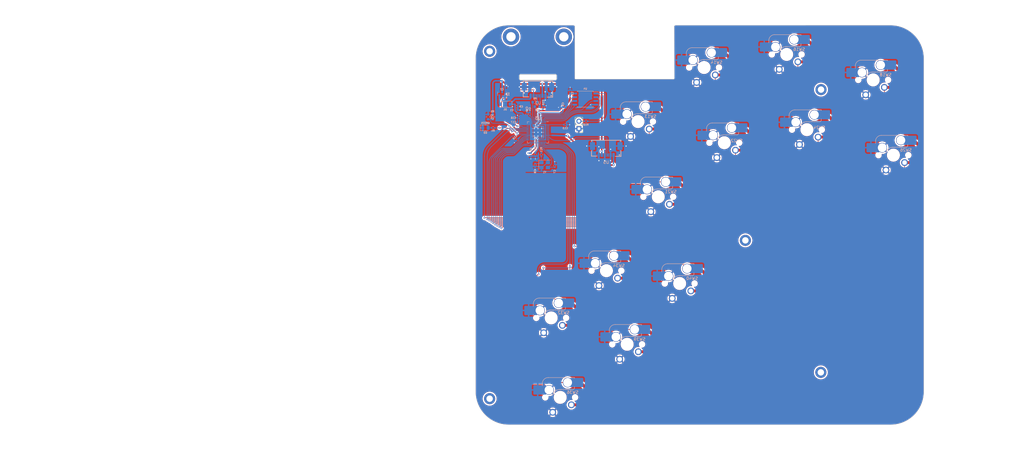
<source format=kicad_pcb>
(kicad_pcb (version 20221018) (generator pcbnew)
  (layers (0 "F.Cu" signal) (31 "B.Cu" signal) (34 "B.Paste" user) (35 "F.Paste" user) (36 "B.SilkS" user "B.Silkscreen") (37 "F.SilkS" user "F.Silkscreen") (38 "B.Mask" user) (39 "F.Mask" user) (44 "Edge.Cuts" user))
  (net 0 "")
  (net 1 "GND")
  (net 2 "START")
  (net 9 "C_UP")
  (net 10 "C_LT")
  (net 11 "A")
  (net 12 "C_DN")
  (net 13 "C_RT")
  (net 14 "UP")
  (net 15 "MS")
  (net 16 "Z")
  (net 17 "LS")
  (net 18 "X")
  (net 19 "Y")
  (net 20 "B")
  (net 21 "R")
  (net 22 "DATA")
  (net 23 "D-")
  (net 24 "D+")
  (net 25 "+5V")
  (net 26 "Net-(D1-A)")
  (net 27 "+3V3")
  (net 28 "+1V1")
  (net 29 "XTAL_IN")
  (net 30 "/XTAL_O")
  (net 31 "PICO_LED")
  (net 32 "~{RESET}")
  (net 33 "SWD")
  (net 34 "SWCLK")
  (net 35 "/D_+")
  (net 36 "/D_-")
  (net 37 "XTAL_OUT")
  (net 38 "/~{USB_BOOT}")
  (net 39 "VBUS_SENSE")
  (net 40 "SD3")
  (net 41 "QSPI_CLK")
  (net 42 "SD0")
  (net 43 "SD2")
  (net 44 "SD1")
  (net 48 "Net-(D3-A)")
  (net 52 "GPIO9")
  (footprint "marbastlib-mx:SW_MX_1u" (layer "F.Cu") (at 248.342967 92.263373 180)
    (fp_text reference "SW20" hide)
    (fp_text value "MX_SW_solder" hide)
  )
  (footprint "MountingHole:MountingHole_2.2mm_M2_ISO14580_Pad" (layer "F.Cu") (at 303.755 152.17)
    (fp_text reference "H8" hide)
    (fp_text value "MountingHole")
  )
  (footprint "MountingHole:MountingHole_2.2mm_M2_ISO14580_Pad" (layer "F.Cu") (at 278.035 107.13)
    (fp_text reference "H7" hide)
    (fp_text value "MountingHole")
  )
  (footprint "marbastlib-mx:SW_MX_1u" (layer "F.Cu") (at 230.668565 117.47896 180)
    (fp_text reference "SW35" hide)
    (fp_text value "MX_SW_solder" hide)
  )
  (footprint "MountingHole:MountingHole_2.2mm_M2_ISO14580_Pad" (layer "F.Cu") (at 190.86 161.15)
    (fp_text reference "H8" hide)
    (fp_text value "MountingHole")
  )
  (footprint "marbastlib-mx:SW_MX_1u" (layer "F.Cu") (at 237.739837 142.601357 180)
    (fp_text reference "SW38" hide)
    (fp_text value "MX_SW_solder" hide)
  )
  (footprint "" (layer "F.Cu") (at 216.14 36.67)
    (fp_text reference "")
    (fp_text value "")
  )
  (footprint "marbastlib-mx:SW_MX_1u" (layer "F.Cu") (at 263.956859 48.144517 180)
    (fp_text reference "SW15" hide)
    (fp_text value "MX_SW_solder" hide)
  )
  (footprint "marbastlib-mx:SW_MX_1u" (layer "F.Cu") (at 299.011667 69.348545 180)
    (fp_text reference "SW25" hide)
    (fp_text value "MX_SW_solder" hide)
  )
  (footprint "marbastlib-mx:SW_MX_1u" (layer "F.Cu") (at 211.836182 133.583438 180)
    (fp_text reference "SW33" hide)
    (fp_text value "MX_SW_solder" hide)
  )
  (footprint "marbastlib-mx:SW_MX_1u" (layer "F.Cu") (at 270.852853 73.813729 180)
    (fp_text reference "SW23" hide)
    (fp_text value "MX_SW_solder" hide)
  )
  (footprint "marbastlib-mx:SW_MX_1u" (layer "F.Cu") (at 292.115673 43.679333 180)
    (fp_text reference "SW17" hide)
    (fp_text value "MX_SW_solder" hide)
  )
  (footprint "marbastlib-mx:SW_MX_1u" (layer "F.Cu") (at 255.635123 121.847547 180)
    (fp_text reference "SW41" hide)
    (fp_text value "MX_SW_solder" hide)
  )
  (footprint "marbastlib-mx:SW_MX_1u" (layer "F.Cu") (at 214.907454 160.705835 180)
    (fp_text reference "SW37" hide)
    (fp_text value "MX_SW_solder" hide)
  )
  (footprint "Connector_PinHeader_2.54mm:PinHeader_1x02_P2.54mm_Vertical" (layer "F.Cu") (at 221.3 69.005 180)
    (fp_text reference "J1" hide)
    (fp_text value "Conn_01x02" hide)
  )
  (footprint "MountingHole:MountingHole_2.2mm_M2_ISO14580_Pad" (layer "F.Cu") (at 303.82 55.683383 15)
    (fp_text reference "H5" hide)
    (fp_text value "MountingHole")
  )
  (footprint "MountingHole:MountingHole_2.2mm_M2_ISO14580_Pad" (layer "F.Cu") (at 190.86 42.61)
    (fp_text reference "H6" hide)
    (fp_text value "MountingHole")
  )
  (footprint "marbastlib-mx:SW_MX_1u" (layer "F.Cu") (at 241.447232 66.595127 180)
    (fp_text reference "SW12" hide)
    (fp_text value "MX_SW_solder" hide)
  )
  (footprint "marbastlib-mx:SW_MX_1u" (layer "F.Cu") (at 328.491562 78.051119 180)
    (fp_text reference "SW27" hide)
    (fp_text value "MX_SW_solder" hide)
  )
  (footprint "marbastlib-mx:SW_MX_1u" (layer "F.Cu") (at 321.595568 52.381907 180)
    (fp_text reference "SW19" hide)
    (fp_text value "MX_SW_solder" hide)
  )
  (footprint "" (layer "F.Cu") (at 198.64 45.67)
    (fp_text reference "")
    (fp_text value "")
  )
  (footprint "marbastlib-mx:SW_MX_HS_1u" (layer "B.Cu") (at 211.836182 133.583438 180)
    (fp_text reference "SW32")
    (fp_text value "MX_SW_HS" hide)
  )
  (footprint "Capacitor_SMD:C_0402_1005Metric" (layer "B.Cu") (at 203.55525 64.026018 90)
    (fp_text reference "C12")
    (fp_text value "100nF")
  )
  (footprint "marbastlib-mx:SW_MX_HS_1u" (layer "B.Cu") (at 241.447232 66.595127 180)
    (fp_text reference "SW13")
    (fp_text value "MX_SW_HS" hide)
  )
  (footprint "Capacitor_SMD:C_0402_1005Metric" (layer "B.Cu") (at 209.14 61.67 90)
    (fp_text reference "C10")
    (fp_text value "1uF")
  )
  (footprint "marbastlib-mx:SW_MX_HS_1u" (layer "B.Cu") (at 255.635123 121.847547 180)
    (fp_text reference "SW40")
    (fp_text value "MX_SW_HS" hide)
  )
  (footprint "Capacitor_SMD:C_0402_1005Metric" (layer "B.Cu") (at 200.86 65.28025 180)
    (fp_text reference "C16")
    (fp_text value "100nF")
  )
  (footprint "Capacitor_SMD:C_0402_1005Metric" (layer "B.Cu") (at 204.924 77.85325 -90)
    (fp_text reference "C6")
    (fp_text value "100nF")
  )
  (footprint "Resistor_SMD:R_0603_1608Metric" (layer "B.Cu") (at 190.347 64.97 90)
    (fp_text reference "R6")
    (fp_text value "10k")
  )
  (footprint "Capacitor_SMD:C_0402_1005Metric" (layer "B.Cu") (at 216.64 67.67)
    (fp_text reference "C13")
    (fp_text value "100nF")
  )
  (footprint "footprint:FPC-SMD_X05A26H12G" (layer "B.Cu") (at 230.605 76.46851)
    (fp_text reference "U5")
    (fp_text value "X05A26H12G")
  )
  (footprint "marbastlib-mx:SW_MX_HS_1u" (layer "B.Cu") (at 299.011667 69.348545 180)
    (fp_text reference "SW24")
    (fp_text value "MX_SW_HS" hide)
  )
  (footprint "Capacitor_SMD:C_0402_1005Metric" (layer "B.Cu") (at 204.57125 64.026018 90)
    (fp_text reference "C4")
    (fp_text value "1uF")
  )
  (footprint "Capacitor_SMD:C_0402_1005Metric" (layer "B.Cu") (at 206.448 77.85325 -90)
    (fp_text reference "C14")
    (fp_text value "100nF")
  )
  (footprint "marbastlib-mx:SW_MX_HS_1u" (layer "B.Cu") (at 292.115673 43.679333 180)
    (fp_text reference "SW16")
    (fp_text value "MX_SW_HS" hide)
  )
  (footprint "Capacitor_SMD:C_0402_1005Metric" (layer "B.Cu") (at 218.3 56.395 90)
    (fp_text reference "C3")
    (fp_text value "100nF")
  )
  (footprint "LED_SMD:LED_0805_2012Metric" (layer "B.Cu") (at 189.4295 68.72)
    (fp_text reference "D3")
    (fp_text value "GREEN")
  )
  (footprint "Capacitor_SMD:C_0402_1005Metric" (layer "B.Cu") (at 199.997 61.47)
    (fp_text reference "C9")
    (fp_text value "10uF")
  )
  (footprint "Capacitor_SMD:C_0402_1005Metric" (layer "B.Cu") (at 206.34925 81.425018 90)
    (fp_text reference "C8")
    (fp_text value "22pF")
  )
  (footprint "qw-footprints:RP2040-QFN-56" (layer "B.Cu") (at 207.337 70.265 180)
    (fp_text reference "U3")
    (fp_text value "RP2040")
  )
  (footprint "Resistor_SMD:R_0603_1608Metric" (layer "B.Cu") (at 206.365 59.98 180)
    (fp_text reference "R9")
    (fp_text value "27")
  )
  (footprint "Crystal:Crystal_SMD_3225-4Pin_3.2x2.5mm" (layer "B.Cu") (at 209.623 81.40925)
    (fp_text reference "Y1")
    (fp_text value "12MHz")
  )
  (footprint "marbastlib-mx:SW_MX_HS_1u" (layer "B.Cu") (at 270.852853 73.813729 180)
    (fp_text reference "SW22")
    (fp_text value "MX_SW_HS" hide)
  )
  (footprint "Resistor_SMD:R_0603_1608Metric" (layer "B.Cu") (at 207.075 61.48 180)
    (fp_text reference "R8")
    (fp_text value "27")
  )
  (footprint "Diode_SMD:D_SOD-123" (layer "B.Cu") (at 196.14 60.67 180)
    (fp_text reference "D1")
    (fp_text value "Schottky Diode")
  )
  (footprint "Package_TO_SOT_SMD:SOT-23" (layer "B.Cu") (at 195.14 57.1075 90)
    (fp_text reference "U1")
    (fp_text value "XC6206")
  )
  (footprint "marbastlib-mx:SW_MX_HS_1u" (layer "B.Cu") (at 230.668565 117.47896 180)
    (fp_text reference "SW34")
    (fp_text value "MX_SW_HS" hide)
  )
  (footprint "Resistor_SMD:R_0402_1005Metric" (layer "B.Cu") (at 192.057 68.73 180)
    (fp_text reference "R4")
    (fp_text value "470")
  )
  (footprint "footprint:FPC-SMD_X05A26H12G" (layer "B.Cu") (at 207.337 56.265)
    (fp_text reference "U2")
    (fp_text value "X05A26H12G")
  )
  (footprint "Resistor_SMD:R_0603_1608Metric" (layer "B.Cu") (at 191.887 64.975 -90)
    (fp_text reference "R5")
    (fp_text value "5.6k")
  )
  (footprint "marbastlib-mx:SW_MX_HS_1u" (layer "B.Cu") (at 263.956859 48.144517 180)
    (fp_text reference "SW14")
    (fp_text value "MX_SW_HS" hide)
  )
  (footprint "marbastlib-mx:SW_MX_HS_1u" (layer "B.Cu") (at 237.739837 142.601357 180)
    (fp_text reference "SW39")
    (fp_text value "MX_SW_HS" hide)
  )
  (footprint "marbastlib-mx:SW_MX_HS_1u" (layer "B.Cu") (at 248.342967 92.263373 180)
    (fp_text reference "SW21")
    (fp_text value "MX_SW_HS" hide)
  )
  (footprint "marbastlib-mx:SW_MX_HS_1u" (layer "B.Cu") (at 214.907454 160.705835 180)
    (fp_text reference "SW36")
    (fp_text value "MX_SW_HS" hide)
  )
  (footprint "Capacitor_SMD:C_0402_1005Metric" (layer "B.Cu") (at 195.64 54.67 180)
    (fp_text reference "C2")
    (fp_text value "1uF")
  )
  (footprint "marbastlib-mx:SW_MX_HS_1u" (layer "B.Cu") (at 328.491562 78.051119 180)
    (fp_text reference "SW26")
    (fp_text value "MX_SW_HS" hide)
  )
  (footprint "Capacitor_SMD:C_0402_1005Metric" (layer "B.Cu") (at 199.997 62.67 180)
    (fp_text reference "C1")
    (fp_text value "1uF")
  )
  (footprint "Capacitor_SMD:C_0402_1005Metric" (layer "B.Cu") (at 215.861 62.23225 90)
    (fp_text reference "C5")
    (fp_text value "100nF")
  )
  (footprint "Capacitor_SMD:C_0402_1005Metric" (layer "B.Cu") (at 200.86 66.80425 180)
    (fp_text reference "C17")
    (fp_text value "100nF")
  )
  (footprint "Resistor_SMD:R_0402_1005Metric" (layer "B.Cu") (at 223.73 66.475)
    (fp_text reference "R10")
    (fp_text value "1k")
  )
  (footprint "Capacitor_SMD:C_0402_1005Metric" (layer "B.Cu") (at 213.052 81.679018 -90)
    (fp_text reference "C7")
    (fp_text value "22pF")
  )
  (footprint "Package_SO:SOIC-8_5.23x5.23mm_P1.27mm" (layer "B.Cu") (at 223.467 58.92 180)
    (fp_text reference "U4")
    (fp_text value "W25Q128JVS")
  )
  (footprint "Resistor_SMD:R_0402_1005Metric" (layer "B.Cu") (at 208.48 77.85325 90)
    (fp_text reference "R11")
    (fp_text value "1k")
  )
  (footprint "Capacitor_SMD:C_0402_1005Metric" (layer "B.Cu") (at 200.301741 72.786258 -135)
    (fp_text reference "C15")
    (fp_text value "100nF")
  )
  (footprint "marbastlib-mx:SW_MX_HS_1u" (layer "B.Cu") (at 321.595568 52.381907 180)
    (fp_text reference "SW18")
    (fp_text value "MX_SW_HS" hide)
  )
  (gr_arc (start 253.868757 51.81) (mid 253.766242 52.057472) (end 253.518758 52.16) (stroke (width 0.1)) (layer "Edge.Cuts"))
  (gr_arc (start 213.29 50.49) (mid 213.572843 50.607157) (end 213.69 50.89) (stroke (width 0.2)) (layer "Edge.Cuts"))
  (gr_line (start 186.12 45.02) (end 186.12 158.74) (stroke (width 0.1)) (layer "Edge.Cuts"))
  (gr_line (start 338.82 45.02) (end 338.82 158.74) (stroke (width 0.1)) (layer "Edge.Cuts"))
  (gr_line (start 197.37 169.99) (end 327.57 169.99) (stroke (width 0.1)) (layer "Edge.Cuts"))
  (gr_arc (start 213.69 52.02) (mid 213.572843 52.302843) (end 213.29 52.42) (stroke (width 0.2)) (layer "Edge.Cuts"))
  (gr_arc (start 201.01 50.89) (mid 201.127157 50.607157) (end 201.41 50.49) (stroke (width 0.2)) (layer "Edge.Cuts"))
  (gr_line (start 201.01 52.02) (end 201.01 50.89) (stroke (width 0.2)) (layer "Edge.Cuts"))
  (gr_line (start 253.868757 51.81) (end 253.835 34.127485) (stroke (width 0.1)) (layer "Edge.Cuts"))
  (gr_arc (start 201.41 52.42) (mid 201.127157 52.302843) (end 201.01 52.02) (stroke (width 0.2)) (layer "Edge.Cuts"))
  (gr_line (start 213.29 52.42) (end 201.41 52.42) (stroke (width 0.2)) (layer "Edge.Cuts"))
  (gr_line (start 213.69 50.89) (end 213.69 52.02) (stroke (width 0.2)) (layer "Edge.Cuts"))
  (gr_line (start 201.41 50.49) (end 213.29 50.49) (stroke (width 0.2)) (layer "Edge.Cuts"))
  (gr_arc (start 253.835 34.127485) (mid 253.937518 33.880007) (end 254.185 33.777486) (stroke (width 0.1)) (layer "Edge.Cuts"))
  (gr_arc (start 186.12 45.02) (mid 189.415049 37.065049) (end 197.37 33.77) (stroke (width 0.1)) (layer "Edge.Cuts"))
  (gr_arc (start 327.57 33.77) (mid 335.524951 37.065049) (end 338.82 45.02) (stroke (width 0.1)) (layer "Edge.Cuts"))
  (gr_line (start 219.485 33.780001) (end 197.37 33.77) (stroke (width 0.1)) (layer "Edge.Cuts"))
  (gr_arc (start 338.82 158.74) (mid 335.524951 166.694951) (end 327.57 169.99) (stroke (width 0.1)) (layer "Edge.Cuts"))
  (gr_line (start 219.835 34.12) (end 219.871243 51.81) (stroke (width 0.1)) (layer "Edge.Cuts"))
  (gr_line (start 254.185 33.777486) (end 327.57 33.77) (stroke (width 0.1)) (layer "Edge.Cuts"))
  (gr_arc (start 197.37 169.99) (mid 189.415049 166.694951) (end 186.12 158.74) (stroke (width 0.1)) (layer "Edge.Cuts"))
  (gr_arc (start 220.221242 52.16) (mid 219.973757 52.057473) (end 219.871243 51.81) (stroke (width 0.1)) (layer "Edge.Cuts"))
  (gr_arc (start 219.485 33.780001) (mid 219.732487 33.882513) (end 219.835 34.13) (stroke (width 0.1)) (layer "Edge.Cuts"))
  (gr_line (start 253.518758 52.16) (end 220.221242 52.16) (stroke (width 0.1)) (layer "Edge.Cuts"))
  (segment (start 208.312 71.24) (end 206.362 71.24) (width 0.635) (layer "F.Cu") (net 1))
  (segment (start 206.062 70.265) (end 208.612 70.265) (width 0.635) (layer "F.Cu") (net 1))
  (segment (start 208.612 71.54) (end 208.612 68.99) (width 0.635) (layer "F.Cu") (net 1))
  (segment (start 208.612 71.54) (end 208.312 71.24) (width 0.635) (layer "F.Cu") (net 1))
  (segment (start 206.062 68.99) (end 208.612 68.99) (width 0.635) (layer "F.Cu") (net 1))
  (segment (start 207.337 68.99) (end 207.337 71.54) (width 0.635) (layer "F.Cu") (net 1))
  (segment (start 206.062 71.54) (end 206.062 68.99) (width 0.635) (layer "F.Cu") (net 1))
  (segment (start 206.362 71.24) (end 206.062 71.54) (width 0.635) (layer "F.Cu") (net 1))
  (via (at 214.337 61.75225) (size 0.6) (drill 0.3) (layers "F.Cu" "B.Cu") (net 1))
  (via (at 209.793157 56.42649) (size 0.8) (drill 0.4) (layers "F.Cu" "B.Cu") (net 1))
  (via (at 204.91 79.32) (size 0.6) (drill 0.3) (layers "F.Cu" "B.Cu") (net 1))
  (via (at 232.1 76.04) (size 0.8) (drill 0.4) (layers "F.Cu" "B.Cu") (net 1))
  (via (at 213.052 80.282018) (size 0.6) (drill 0.3) (layers "F.Cu" "B.Cu") (net 1))
  (via (at 206.44 79.33) (size 0.6) (drill 0.3) (layers "F.Cu" "B.Cu") (net 1))
  (via (at 228.09 75.19) (size 0.8) (drill 0.4) (layers "F.Cu" "B.Cu") (net 1))
  (via (at 201.267 62.68) (size 0.6) (drill 0.3) (layers "F.Cu" "B.Cu") (net 1))
  (via (at 202.615753 56.82649) (size 0.8) (drill 0.4) (layers "F.Cu" "B.Cu") (net 1))
  (via (at 197.14 54.67) (size 0.6) (drill 0.3) (layers "F.Cu" "B.Cu") (net 1))
  (via (at 237.37 74.95) (size 0.8) (drill 0.4) (layers "F.Cu" "B.Cu") (net 1))
  (via (at 198.657 61.52) (size 0.6) (drill 0.3) (layers "F.Cu" "B.Cu") (net 1))
  (via (at 206.34925 82.949018) (size 0.6) (drill 0.3) (layers "F.Cu" "B.Cu") (net 1))
  (via (at 209.813157 59.29649) (size 0.8) (drill 0.4) (layers "F.Cu" "B.Cu") (net 1))
  (via (at 230.12 76.03) (size 0.8) (drill 0.4) (layers "F.Cu" "B.Cu") (net 1))
  (via (at 223.95 74.93) (size 0.8) (drill 0.4) (layers "F.Cu" "B.Cu") (net 1))
  (via (at 199.285741 73.802258) (size 0.6) (drill 0.3) (layers "F.Cu" "B.Cu") (net 1))
  (via (at 228.11 79.92) (size 0.8) (drill 0.4) (layers "F.Cu" "B.Cu") (net 1))
  (via (at 218.3 54.905) (size 0.6) (drill 0.3) (layers "F.Cu" "B.Cu") (net 1))
  (via (at 203.55525 62.629018) (size 0.6) (drill 0.3) (layers "F.Cu" "B.Cu") (net 1))
  (via (at 230.09 79.9) (size 0.8) (drill 0.4) (layers "F.Cu" "B.Cu") (net 1))
  (via (at 200.985753 54.78649) (size 0.8) (drill 0.4) (layers "F.Cu" "B.Cu") (net 1))
  (via (at 212.005753 56.81649) (size 0.8) (drill 0.4) (layers "F.Cu" "B.Cu") (net 1))
  (via (at 232.07 79.91) (size 0.8) (drill 0.4) (layers "F.Cu" "B.Cu") (net 1))
  (via (at 213.675753 54.73649) (size 0.8) (drill 0.4) (layers "F.Cu" "B.Cu") (net 1))
  (via (at 218.14 67.67) (size 0.6) (drill 0.3) (layers "F.Cu" "B.Cu") (net 1))
  (via (at 225.2895 60.835) (size 0.6) (drill 0.3) (layers "F.Cu" "B.Cu") (net 1))
  (via (at 200.38025 64.44) (size 0.6) (drill 0.3) (layers "F.Cu" "B.Cu") (net 1))
  (via (at 210.14 61.17) (size 0.6) (drill 0.3) (layers "F.Cu" "B.Cu") (net 1))
  (segment (start 200.477 62.67) (end 201.257 62.67) (width 0.5) (layer "B.Cu") (net 1))
  (segment (start 204.924 79.306) (end 204.91 79.32) (width 0.2) (layer "B.Cu") (net 1))
  (segment (start 206.44 79.33) (end 206.448 78.532268) (width 0.2) (layer "B.Cu") (net 1))
  (segment (start 223.95 74.93) (end 223.948505 74.928505) (width 0.3) (layer "B.Cu") (net 1))
  (segment (start 223.948505 74.928505) (end 223.921495 74.928505) (width 0.3) (layer "B.Cu") (net 1))
  (segment (start 199.96233 73.12567) (end 199.285741 73.802258) (width 0.381) (layer "B.Cu") (net 1))
  (segment (start 237.388505 74.928505) (end 237.4 74.94) (width 0.3) (layer "B.Cu") (net 1))
  (segment (start 212.02209 54.724995) (end 212.02209 56.800153) (width 0.5) (layer "B.Cu") (net 1))
  (segment (start 201.257 62.67) (end 201.267 62.68) (width 0.5) (layer "B.Cu") (net 1))
  (segment (start 225.920011 74.928505) (end 223.951495 74.928505) (width 0.3) (layer "B.Cu") (net 1))
  (segment (start 209.824455 58.75649) (end 209.824455 59.285192) (width 0.5) (layer "B.Cu") (net 1))
  (segment (start 204.924 78.33325) (end 204.924 79.306) (width 0.2) (layer "B.Cu") (net 1))
  (segment (start 200.38025 64.44) (end 200.38025 65.28) (width 0.381) (layer "B.Cu") (net 1))
  (segment (start 223.951495 74.928505) (end 223.95 74.93) (width 0.3) (layer "B.Cu") (net 1))
  (segment (start 232.07 76.07) (end 232.1 76.04) (width 0.5) (layer "B.Cu") (net 1))
  (segment (start 200.38 65.28025) (end 200.38 66.80425) (width 0.381) (layer "B.Cu") (net 1))
  (segment (start 202.652011 54.724995) (end 202.652011 56.790232) (width 0.5) (layer "B.Cu") (net 1))
  (segment (start 213.052 80.282018) (end 213.052 81.199018) (width 0.381) (layer "B.Cu") (net 1))
  (segment (start 237.37 74.95) (end 237.388505 74.928505) (width 0.3) (layer "B.Cu") (net 1))
  (segment (start 212.02209 54.724995) (end 213.664258 54.724995) (width 0.5) (layer "B.Cu") (net 1))
  (segment (start 200.477 61.47) (end 200.477 62.67) (width 0.5) (layer "B.Cu") (net 1))
  (segment (start 227.0295 60.82) (end 225.3045 60.82) (width 0.5) (layer "B.Cu") (net 1))
  (segment (start 232.07 79.91) (end 232.07 76.07) (width 0.5) (layer "B.Cu") (net 1))
  (segment (start 210.12 61.19) (end 210.14 61.17) (width 0.2) (layer "B.Cu") (net 1))
  (segment (start 217.12 67.67) (end 218.14 67.67) (width 0.2) (layer "B.Cu") (net 1))
  (segment (start 230.09 79.9) (end 230.09 76.06) (width 0.5) (layer "B.Cu") (net 1))
  (segment (start 228.11 79.92) (end 228.09 75.19) (width 0.5) (layer "B.Cu") (net 1))
  (segment (start 218.299999 55.915) (end 218.3 54.905) (width 0.5) (layer "B.Cu") (net 1))
  (segment (start 206.34925 81.905018) (end 208.168768 81.905018) (width 0.381) (layer "B.Cu") (net 1))
  (segment (start 206.34925 81.905018) (end 206.34925 82.949018) (width 0.381) (layer "B.Cu") (net 1))
  (segment (start 203.55525 63.546018) (end 203.55525 62.629018) (width 0.2) (layer "B.Cu") (net 1))
  (segment (start 209.14 61.19) (end 210.12 61.19) (width 0.2) (layer "B.Cu") (net 1))
  (segment (start 208.645097 75.167341) (end 212.551575 79.073819) (width 0.2) (layer "B.Cu") (net 1))
  (segment (start 196.12 54.67) (end 197.14 54.67) (width 0.2) (layer "B.Cu") (net 1))
  (segment (start 208.337 73.7025) (end 208.337 74.423529) (width 0.2) (layer "B.Cu") (net 1))
  (segment (start 208.769978 82.25925) (end 210.469978 80.55925) (width 0.254) (layer "B.Cu") (net 1))
  (segment (start 235.29009 74.928505) (end 237.37 74.95) (width 0.3) (layer "B.Cu") (net 1))
  (segment (start 206.448 78.532268) (end 206.448 78.33325) (width 0.2) (layer "B.Cu") (net 1))
  (segment (start 215.861 61.75225) (end 214.337 61.75225) (width 0.5) (layer "B.Cu") (net 1))
  (segment (start 223.921495 74.928505) (end 223.92 74.93) (width 0.25) (layer "B.Cu") (net 1))
  (segment (start 202.652011 54.724995) (end 201.047248 54.724995) (width 0.5) (layer "B.Cu") (net 1))
  (segment (start 209.824455 58.75649) (end 209.824455 56.457788) (width 0.5) (layer "B.Cu") (net 1))
  (arc (start 213.052 80.282018) (mid 212.921944 79.628116) (end 212.551575 79.073819) (width 0.2) (layer "B.Cu") (net 1))
  (arc (start 208.337 74.423529) (mid 208.417072 74.826077) (end 208.645097 75.167341) (width 0.2) (layer "B.Cu") (net 1))
  (segment (start 219.76 109.15) (end 228.716964 109.15) (width 0.2) (layer "F.Cu") (net 9))
  (segment (start 233.208565 112.398961) (end 236.396565 112.39896) (width 1) (layer "F.Cu") (net 9))
  (segment (start 230.838285 110.02868) (end 233.208565 112.39896) (width 0.2) (layer "F.Cu") (net 9))
  (segment (start 236.396565 120.01896) (end 234.478565 120.01896) (width 1) (layer "F.Cu") (net 9))
  (segment (start 239.396565 115.39896) (end 239.396565 117.018961) (width 1) (layer "F.Cu") (net 9))
  (via (at 219.76 109.15) (size 0.6) (drill 0.3) (layers "F.Cu" "B.Cu") (net 9))
  (arc (start 239.396565 115.39896) (mid 238.517885 113.27764) (end 236.396565 112.39896) (width 1) (layer "F.Cu") (net 9))
  (arc (start 236.396565 120.01896) (mid 238.517885 119.140281) (end 239.396565 117.018961) (width 1) (layer "F.Cu") (net 9))
  (arc (start 228.716964 109.15) (mid 229.865015 109.378361) (end 230.838285 110.02868) (width 0.2) (layer "F.Cu") (net 9))
  (segment (start 211.364938 74.294018) (end 214.550048 74.294018) (width 0.2) (layer "B.Cu") (net 9))
  (segment (start 217.378475 75.465591) (end 218.70745 76.794566) (width 0.2) (layer "B.Cu") (net 9))
  (segment (start 219.586092 78.901074) (end 219.77 109.15) (width 0.2) (layer "B.Cu") (net 9))
  (arc (start 214.550048 74.294018) (mid 216.080782 74.5985) (end 217.378475 75.465591) (width 0.2) (layer "B.Cu") (net 9))
  (arc (start 209.937 73.7025) (mid 210.592186 74.140308) (end 211.364938 74.294018) (width 0.2) (layer "B.Cu") (net 9))
  (arc (start 218.70745 76.794566) (mid 219.354925 77.760997) (end 219.586092 78.901074) (width 0.2) (layer "B.Cu") (net 9))
  (segment (start 214.376182 128.503439) (end 217.564182 128.503438) (width 1) (layer "F.Cu") (net 10))
  (segment (start 220.564182 131.503438) (end 220.564182 133.123439) (width 1) (layer "F.Cu") (net 10))
  (segment (start 217.564182 136.123438) (end 215.646182 136.123438) (width 1) (layer "F.Cu") (net 10))
  (segment (start 209.14 116.47) (end 209.14 122.024615) (width 0.2) (layer "F.Cu") (net 10))
  (segment (start 210.01868 124.145936) (end 214.376182 128.503438) (width 0.2) (layer "F.Cu") (net 10))
  (via (at 209.14 116.47) (size 0.6) (drill 0.3) (layers "F.Cu" "B.Cu") (net 10))
  (arc (start 220.564182 131.503438) (mid 219.685502 129.382118) (end 217.564182 128.503438) (width 1) (layer "F.Cu") (net 10))
  (arc (start 217.564182 136.123438) (mid 219.685502 135.244758) (end 220.564182 133.123439) (width 1) (layer "F.Cu") (net 10))
  (arc (start 209.14 122.024615) (mid 209.368361 123.172666) (end 210.01868 124.145936) (width 0.2) (layer "F.Cu") (net 10))
  (segment (start 210.112357 74.694018) (end 214.384362 74.694018) (width 0.2) (layer "B.Cu") (net 10))
  (segment (start 209.718268 74.507042) (end 209.669784 74.458559) (width 0.2) (layer "B.Cu") (net 10))
  (segment (start 209.195786 116.525786) (end 209.14 116.47) (width 0.2) (layer "B.Cu") (net 10))
  (segment (start 218.147206 116.525786) (end 209.195786 116.525786) (width 0.2) (layer "B.Cu") (net 10))
  (segment (start 219.147182 115.518803) (end 218.890646 78.784529) (width 0.2) (layer "B.Cu") (net 10))
  (segment (start 209.537 73.7025) (end 209.537 74.137995) (width 0.2) (layer "B.Cu") (net 10))
  (segment (start 218.011968 76.664771) (end 217.193648 75.846451) (width 0.2) (layer "B.Cu") (net 10))
  (arc (start 218.890646 78.784529) (mid 218.661987 77.637319) (end 218.011968 76.664771) (width 0.2) (layer "B.Cu") (net 10))
  (arc (start 219.147182 115.518803) (mid 218.856778 116.23042) (end 218.147206 116.525786) (width 0.2) (layer "B.Cu") (net 10))
  (arc (start 209.758804 74.547572) (mid 209.921016 74.655958) (end 210.112357 74.694018) (width 0.2) (layer "B.Cu") (net 10))
  (arc (start 209.537 74.137995) (mid 209.571509 74.311483) (end 209.669784 74.458559) (width 0.2) (layer "B.Cu") (net 10))
  (arc (start 214.384362 74.694018) (mid 215.915096 74.9985) (end 217.212789 75.865591) (width 0.2) (layer "B.Cu") (net 10))
  (segment (start 237.943998 137.521357) (end 240.279837 137.521357) (width 0.2) (layer "F.Cu") (net 11))
  (segment (start 219.08868 119.901622) (end 235.948529 136.761471) (width 0.2) (layer "F.Cu") (net 11))
  (segment (start 243.467837 145.141357) (end 241.549836 145.141357) (width 1) (layer "F.Cu") (net 11))
  (segment (start 246.467837 140.521357) (end 246.467837 142.141358) (width 1) (layer "F.Cu") (net 11))
  (segment (start 240.279837 137.521357) (end 243.467837 137.521357) (width 1) (layer "F.Cu") (net 11))
  (segment (start 218.21 115.925786) (end 218.21 117.780301) (width 0.2) (layer "F.Cu") (net 11))
  (via (at 218.21 115.925786) (size 0.6) (drill 0.3) (layers "F.Cu" "B.Cu") (net 11))
  (arc (start 243.467837 145.141357) (mid 245.589157 144.262677) (end 246.467837 142.141358) (width 1) (layer "F.Cu") (net 11))
  (arc (start 246.467837 140.521357) (mid 245.589157 138.400037) (end 243.467837 137.521357) (width 1) (layer "F.Cu") (net 11))
  (arc (start 218.21 117.780301) (mid 218.438362 118.928352) (end 219.08868 119.901622) (width 0.2) (layer "F.Cu") (net 11))
  (arc (start 235.822678 136.642678) (mid 236.795948 137.292996) (end 237.943998 137.521357) (width 0.2) (layer "F.Cu") (net 11))
  (segment (start 218.21 115.925786) (end 218.21 78.671128) (width 0.2) (layer "B.Cu") (net 11))
  (segment (start 217.046622 76.26511) (end 217.331321 76.549809) (width 0.2) (layer "B.Cu") (net 11))
  (segment (start 214.218195 75.093537) (end 210.071134 75.093537) (width 0.2) (layer "B.Cu") (net 11))
  (segment (start 209.474888 74.828662) (end 209.353175 74.706957) (width 0.2) (layer "B.Cu") (net 11))
  (segment (start 209.505448 74.859222) (end 209.474888 74.828662) (width 0.2) (layer "B.Cu") (net 11))
  (segment (start 209.137 74.185084) (end 209.137 73.7025) (width 0.2) (layer "B.Cu") (net 11))
  (arc (start 218.21 78.671128) (mid 217.981643 77.523088) (end 217.331321 76.549809) (width 0.2) (layer "B.Cu") (net 11))
  (arc (start 209.353175 74.706957) (mid 209.193182 74.467521) (end 209.137 74.185084) (width 0.2) (layer "B.Cu") (net 11))
  (arc (start 210.071134 75.093537) (mid 209.764987 75.032641) (end 209.505448 74.859222) (width 0.2) (layer "B.Cu") (net 11))
  (arc (start 217.046622 76.26511) (mid 215.748929 75.398019) (end 214.218195 75.093537) (width 0.2) (layer "B.Cu") (net 11))
  (segment (start 220.635454 163.245835) (end 218.717454 163.245835) (width 1) (layer "F.Cu") (net 12))
  (segment (start 207.567998 118.663993) (end 207.446007 118.663993) (width 0.25) (layer "F.Cu") (net 12))
  (segment (start 223.635454 158.625835) (end 223.635454 160.245835) (width 1) (layer "F.Cu") (net 12))
  (segment (start 217.447454 155.625835) (end 220.635454 155.625835) (width 1) (layer "F.Cu") (net 12))
  (segment (start 199.94 131.204718) (end 199.978749 152.63126) (width 0.25) (layer "F.Cu") (net 12))
  (segment (start 202.978744 155.625835) (end 217.447454 155.625835) (width 0.25) (layer "F.Cu") (net 12))
  (segment (start 207.446007 118.663993) (end 203.500083 122.609917) (width 0.25) (layer "F.Cu") (net 12))
  (via (at 207.567998 118.663993) (size 0.6) (drill 0.3) (layers "F.Cu" "B.Cu") (net 12))
  (arc (start 220.635454 163.245835) (mid 222.756774 162.367155) (end 223.635454 160.245835) (width 1) (layer "F.Cu") (net 12))
  (arc (start 203.500083 122.609917) (mid 200.865235 126.553245) (end 199.94 131.204718) (width 0.25) (layer "F.Cu") (net 12))
  (arc (start 199.978749 152.63126) (mid 200.859343 154.749072) (end 202.978744 155.625835) (width 0.25) (layer "F.Cu") (net 12))
  (arc (start 223.635454 158.625835) (mid 222.756774 156.504515) (end 220.635454 155.625835) (width 1) (layer "F.Cu") (net 12))
  (segment (start 217.664196 78.563495) (end 217.50891 113.230887) (width 0.2) (layer "B.Cu") (net 12))
  (segment (start 207.570378 118.539622) (end 207.570378 117.227685) (width 0.2) (layer "B.Cu") (net 12))
  (segment (start 207.54 118.57) (end 207.570378 118.539622) (width 0.2) (layer "B.Cu") (net 12))
  (segment (start 209.988491 75.493057) (end 214.052029 75.493057) (width 0.2) (layer "B.Cu") (net 12))
  (segment (start 215.510868 115.221928) (end 209.56844 115.227686) (width 0.2) (layer "B.Cu") (net 12))
  (segment (start 209.009274 74.928054) (end 209.281384 75.200164) (width 0.2) (layer "B.Cu") (net 12))
  (segment (start 208.737 73.7025) (end 208.737 74.270726) (width 0.2) (layer "B.Cu") (net 12))
  (arc (start 216.880456 76.66463) (mid 217.461807 77.535866) (end 217.664196 78.563495) (width 0.2) (layer "B.Cu") (net 12))
  (arc (start 209.56844 115.227686) (mid 208.155479 115.814157) (end 207.570378 117.227685) (width 0.2) (layer "B.Cu") (net 12))
  (arc (start 217.50891 113.230887) (mid 216.920659 114.638622) (end 215.510868 115.221928) (width 0.2) (layer "B.Cu") (net 12))
  (arc (start 214.052029 75.493057) (mid 215.582763 75.797539) (end 216.880456 76.66463) (width 0.2) (layer "B.Cu") (net 12))
  (arc (start 209.281384 75.200164) (mid 209.605808 75.416937) (end 209.988491 75.493057) (width 0.2) (layer "B.Cu") (net 12))
  (arc (start 208.737 74.270726) (mid 208.807762 74.626469) (end 209.009274 74.928054) (width 0.2) (layer "B.Cu") (net 12))
  (segment (start 194.87 102.96) (end 195.29 102.54) (width 0.2) (layer "F.Cu") (net 13))
  (segment (start 195.29 102.54) (end 242.704935 102.54) (width 0.2) (layer "F.Cu") (net 13))
  (segment (start 261.363123 124.387547) (end 259.445122 124.387547) (width 1) (layer "F.Cu") (net 13))
  (segment (start 264.363123 119.767547) (end 264.363122 121.387547) (width 1) (layer "F.Cu") (net 13))
  (segment (start 244.826256 103.41868) (end 258.175123 116.767547) (width 0.2) (layer "F.Cu") (net 13))
  (segment (start 258.175122 116.767547) (end 261.363122 116.767548) (width 1) (layer "F.Cu") (net 13))
  (via (at 194.87 102.96) (size 0.6) (drill 0.3) (layers "F.Cu" "B.Cu") (net 13))
  (arc (start 244.826256 103.41868) (mid 243.852986 102.768361) (end 242.704935 102.54) (width 0.2) (layer "F.Cu") (net 13))
  (arc (start 261.363123 124.387547) (mid 263.484443 123.508868) (end 264.363122 121.387547) (width 1) (layer "F.Cu") (net 13))
  (arc (start 264.363123 119.767547) (mid 263.484443 117.646227) (end 261.363122 116.767548) (width 1) (layer "F.Cu") (net 13))
  (segment (start 204.534454 74.694018) (end 203.042402 74.694018) (width 0.2) (layer "B.Cu") (net 13))
  (segment (start 194.77 80.238427) (end 194.77 102.96) (width 0.2) (layer "B.Cu") (net 13))
  (segment (start 204.961264 74.515736) (end 204.958718 74.518282) (width 0.2) (layer "B.Cu") (net 13))
  (segment (start 205.137 73.7025) (end 205.137 74.091472) (width 0.2) (layer "B.Cu") (net 13))
  (segment (start 198.653777 77.84) (end 197.168427 77.84) (width 0.2) (layer "B.Cu") (net 13))
  (segment (start 195.754213 78.425787) (end 195.355786 78.824214) (width 0.2) (layer "B.Cu") (net 13))
  (segment (start 201.628189 75.279803) (end 199.360883 77.547107) (width 0.2) (layer "B.Cu") (net 13))
  (arc (start 204.958718 74.518282) (mid 204.764064 74.648346) (end 204.534454 74.694018) (width 0.2) (layer "B.Cu") (net 13))
  (arc (start 197.168427 77.84) (mid 196.40306 77.992241) (end 195.754213 78.425787) (width 0.2) (layer "B.Cu") (net 13))
  (arc (start 203.042402 74.694018) (mid 202.277036 74.846258) (end 201.628189 75.279803) (width 0.2) (layer "B.Cu") (net 13))
  (arc (start 195.355786 78.824214) (mid 194.922241 79.47306) (end 194.77 80.238427) (width 0.2) (layer "B.Cu") (net 13))
  (arc (start 205.137 74.091472) (mid 205.091328 74.321082) (end 204.961264 74.515736) (width 0.2) (layer "B.Cu") (net 13))
  (arc (start 199.360883 77.547107) (mid 199.03646 77.76388) (end 198.653777 77.84) (width 0.2) (layer "B.Cu") (net 13))
  (segment (start 194.17 102.55) (end 194.58 102.14) (width 0.2) (layer "F.Cu") (net 14))
  (segment (start 332.301562 83.527359) (end 332.301562 80.591119) (width 0.2) (layer "F.Cu") (net 14))
  (segment (start 315.810242 101.26132) (end 331.422883 85.648679) (width 0.2) (layer "F.Cu") (net 14))
  (segment (start 194.58 102.14) (end 313.688921 102.14) (width 0.2) (layer "F.Cu") (net 14))
  (segment (start 337.219562 75.971119) (end 337.219562 77.59112) (width 1) (layer "F.Cu") (net 14))
  (segment (start 331.031562 72.97112) (end 334.219561 72.97112) (width 1) (layer "F.Cu") (net 14))
  (segment (start 334.219562 80.591119) (end 332.301562 80.591119) (width 1) (layer "F.Cu") (net 14))
  (via (at 194.17 102.55) (size 0.6) (drill 0.3) (layers "F.Cu" "B.Cu") (net 14))
  (arc (start 315.810242 101.26132) (mid 314.836972 101.911639) (end 313.688921 102.14) (width 0.2) (layer "F.Cu") (net 14))
  (arc (start 334.219562 80.591119) (mid 336.340882 79.71244) (end 337.219562 77.59112) (width 1) (layer "F.Cu") (net 14))
  (arc (start 332.301562 83.527359) (mid 332.073201 84.675409) (end 331.422883 85.648679) (width 0.2) (layer "F.Cu") (net 14))
  (arc (start 337.219562 75.971119) (mid 336.340882 73.849799) (end 334.219561 72.97112) (width 1) (layer "F.Cu") (net 14))
  (segment (start 194.108275 80.140152) (end 194.17 102.55) (width 0.2) (layer "B.Cu") (net 14))
  (segment (start 201.462503 74.879804) (end 199.345975 76.99633) (width 0.2) (layer "B.Cu") (net 14))
  (segment (start 204.737 73.7025) (end 204.731268 73.708232) (width 0.2) (layer "B.Cu") (net 14))
  (segment (start 198.638869 77.289223) (end 196.959204 77.289223) (width 0.2) (layer "B.Cu") (net 14))
  (segment (start 203.317055 74.294018) (end 202.876716 74.294018) (width 0.2) (layer "B.Cu") (net 14))
  (segment (start 195.544991 77.875009) (end 194.694062 78.725938) (width 0.2) (layer "B.Cu") (net 14))
  (arc (start 194.694062 78.725938) (mid 194.260516 79.374785) (end 194.108275 80.140152) (width 0.2) (layer "B.Cu") (net 14))
  (arc (start 202.876716 74.294018) (mid 202.111349 74.446259) (end 201.462503 74.879804) (width 0.2) (layer "B.Cu") (net 14))
  (arc (start 204.731268 73.708232) (mid 204.082422 74.141777) (end 203.317055 74.294018) (width 0.2) (layer "B.Cu") (net 14))
  (arc (start 196.959204 77.289223) (mid 196.193837 77.441464) (end 195.544991 77.875009) (width 0.2) (layer "B.Cu") (net 14))
  (arc (start 199.345975 76.99633) (mid 199.021552 77.213103) (end 198.638869 77.289223) (width 0.2) (layer "B.Cu") (net 14))
  (segment (start 324.135568 47.301908) (end 327.323567 47.301908) (width 1) (layer "F.Cu") (net 15))
  (segment (start 283.54868 100.86132) (end 324.526889 59.883111) (width 0.2) (layer "F.Cu") (net 15))
  (segment (start 330.323568 50.301907) (end 330.323568 51.921908) (width 1) (layer "F.Cu") (net 15))
  (segment (start 193.46 102.16) (end 193.88 101.74) (width 0.2) (layer "F.Cu") (net 15))
  (segment (start 325.405568 57.761791) (end 325.405568 54.921907) (width 0.2) (layer "F.Cu") (net 15))
  (segment (start 327.323568 54.921907) (end 325.405568 54.921907) (width 1) (layer "F.Cu") (net 15))
  (segment (start 193.88 101.74) (end 281.427359 101.74) (width 0.2) (layer "F.Cu") (net 15))
  (via (at 193.46 102.16) (size 0.6) (drill 0.3) (layers "F.Cu" "B.Cu") (net 15))
  (arc (start 327.323568 54.921907) (mid 329.444888 54.043228) (end 330.323568 51.921908) (width 1) (layer "F.Cu") (net 15))
  (arc (start 330.323568 50.301907) (mid 329.444888 48.180587) (end 327.323567 47.301908) (width 1) (layer "F.Cu") (net 15))
  (arc (start 281.427359 101.74) (mid 282.57541 101.511638) (end 283.54868 100.86132) (width 0.2) (layer "F.Cu") (net 15))
  (arc (start 325.405568 57.761791) (mid 325.177207 58.909841) (end 324.526889 59.883111) (width 0.2) (layer "F.Cu") (net 15))
  (segment (start 193.38 80.068427) (end 193.38 94.369255) (width 0.2) (layer "B.Cu") (net 15))
  (segment (start 198.473184 76.889223) (end 196.559204 76.889223) (width 0.2) (layer "B.Cu") (net 15))
  (segment (start 202.35429 73.422331) (end 199.18029 76.59633) (width 0.2) (layer "B.Cu") (net 15))
  (segment (start 193.379255 94.37) (end 193.36 102.16) (width 0.2) (layer "B.Cu") (net 15))
  (segment (start 203.8995 72.865) (end 203.699806 72.865) (width 0.2) (layer "B.Cu") (net 15))
  (segment (start 195.14499 77.47501) (end 193.965786 78.654214) (width 0.2) (layer "B.Cu") (net 15))
  (arc (start 199.18029 76.59633) (mid 198.855867 76.813103) (end 198.473184 76.889223) (width 0.2) (layer "B.Cu") (net 15))
  (arc (start 196.559204 76.889223) (mid 195.793837 77.041464) (end 195.14499 77.47501) (width 0.2) (layer "B.Cu") (net 15))
  (arc (start 203.699806 72.865) (mid 202.971618 73.009846) (end 202.35429 73.422331) (width 0.2) (layer "B.Cu") (net 15))
  (arc (start 193.38 80.068427) (mid 193.532241 79.30306) (end 193.965786 78.654214) (width 0.2) (layer "B.Cu") (net 15))
  (segment (start 301.551666 64.268544) (end 304.739667 64.268545) (width 1) (layer "F.Cu") (net 16))
  (segment (start 278.633212 100.46132) (end 301.942988 77.151544) (width 0.2) (layer "F.Cu") (net 16))
  (segment (start 193.16 101.34) (end 276.511891 101.34) (width 0.2) (layer "F.Cu") (net 16))
  (segment (start 192.76 101.74) (end 193.16 101.34) (width 0.2) (layer "F.Cu") (net 16))
  (segment (start 307.739667 67.268544) (end 307.739666 68.888544) (width 1) (layer "F.Cu") (net 16))
  (segment (start 304.739667 71.888545) (end 302.821666 71.888545) (width 1) (layer "F.Cu") (net 16))
  (segment (start 302.821667 75.030224) (end 302.821667 71.888545) (width 0.2) (layer "F.Cu") (net 16))
  (via (at 192.76 101.74) (size 0.6) (drill 0.3) (layers "F.Cu" "B.Cu") (net 16))
  (arc (start 304.739667 71.888545) (mid 306.860987 71.009865) (end 307.739666 68.888544) (width 1) (layer "F.Cu") (net 16))
  (arc (start 302.821667 75.030224) (mid 302.593306 76.178274) (end 301.942988 77.151544) (width 0.2) (layer "F.Cu") (net 16))
  (arc (start 307.739667 67.268544) (mid 306.860987 65.147225) (end 304.739667 64.268545) (width 1) (layer "F.Cu") (net 16))
  (arc (start 278.633212 100.46132) (mid 277.659942 101.111639) (end 276.511891 101.34) (width 0.2) (layer "F.Cu") (net 16))
  (segment (start 192.761028 94.368972) (end 192.76 94.37) (width 0.2) (layer "B.Cu") (net 16))
  (segment (start 192.761028 79.87) (end 192.761028 94.368972) (width 0.2) (layer "B.Cu") (net 16))
  (segment (start 203.525742 72.465) (end 203.8995 72.465) (width 0.2) (layer "B.Cu") (net 16))
  (segment (start 196.20489 76.489223) (end 198.55828 76.489223) (width 0.2) (layer "B.Cu") (net 16))
  (segment (start 192.76 101.74) (end 192.76 94.37) (width 0.2) (layer "B.Cu") (net 16))
  (segment (start 198.837274 76.37366) (end 202.194529 73.016406) (width 0.2) (layer "B.Cu") (net 16))
  (segment (start 193.345787 78.519899) (end 194.790676 77.07501) (width 0.2) (layer "B.Cu") (net 16))
  (arc (start 192.76 79.934113) (mid 192.912241 79.168746) (end 193.345787 78.519899) (width 0.2) (layer "B.Cu") (net 16))
  (arc (start 198.55828 76.489223) (mid 198.70927 76.459189) (end 198.837274 76.37366) (width 0.2) (layer "B.Cu") (net 16))
  (arc (start 194.790676 77.07501) (mid 195.439523 76.641464) (end 196.20489 76.489223) (width 0.2) (layer "B.Cu") (net 16))
  (arc (start 202.194529 73.016406) (mid 202.805295 72.608306) (end 203.525742 72.465) (width 0.2) (layer "B.Cu") (net 16))
  (segment (start 266.36 96.59) (end 281.195534 81.754466) (width 0.2) (layer "F.Cu") (net 17))
  (segment (start 295.925673 53.149636) (end 295.925673 46.219333) (width 0.2) (layer "F.Cu") (net 17))
  (segment (start 262.88868 100.06132) (end 266.36 96.59) (width 0.2) (layer "F.Cu") (net 17))
  (segment (start 297.843673 46.219333) (end 295.925673 46.219333) (width 1) (layer "F.Cu") (net 17))
  (segment (start 300.843673 41.599332) (end 300.843673 43.219333) (width 1) (layer "F.Cu") (net 17))
  (segment (start 284.117433 67.066751) (end 294.467649 56.678717) (width 0.2) (layer "F.Cu") (net 17))
  (segment (start 294.655673 38.599333) (end 297.843673 38.599333) (width 1) (layer "F.Cu") (net 17))
  (segment (start 192.08 101.25) (end 192.39 100.94) (width 0.2) (layer "F.Cu") (net 17))
  (segment (start 282.66 78.218932) (end 282.66 70.595238) (width 0.2) (layer "F.Cu") (net 17))
  (segment (start 192.39 100.94) (end 260.767359 100.94) (width 0.2) (layer "F.Cu") (net 17))
  (via (at 192.08 101.25) (size 0.6) (drill 0.3) (layers "F.Cu" "B.Cu") (net 17))
  (arc (start 260.767359 100.94) (mid 261.91541 100.711638) (end 262.88868 100.06132) (width 0.2) (layer "F.Cu") (net 17))
  (arc (start 282.66 70.595238) (mid 283.038699 68.686421) (end 284.117433 67.066751) (width 0.2) (layer "F.Cu") (net 17))
  (arc (start 281.195534 81.754466) (mid 282.279398 80.132349) (end 282.66 78.218932) (width 0.2) (layer "F.Cu") (net 17))
  (arc (start 294.467649 56.678717) (mid 295.546814 55.058841) (end 295.925673 53.149636) (width 0.2) (layer "F.Cu") (net 17))
  (arc (start 297.843673 46.219333) (mid 299.964993 45.340653) (end 300.843673 43.219333) (width 1) (layer "F.Cu") (net 17))
  (arc (start 300.843673 41.599332) (mid 299.964993 39.478013) (end 297.843673 38.599333) (width 1) (layer "F.Cu") (net 17))
  (segment (start 192.08 80.048427) (end 192.08 101.25) (width 0.2) (layer "B.Cu") (net 17))
  (segment (start 198.178013 76.089223) (end 196.039204 76.089223) (width 0.2) (layer "B.Cu") (net 17))
  (segment (start 203.8995 72.065) (end 203.408676 72.065) (width 0.2) (layer "B.Cu") (net 17))
  (segment (start 201.994463 72.650786) (end 198.823319 75.821929) (width 0.2) (layer "B.Cu") (net 17))
  (segment (start 194.62499 76.67501) (end 192.665786 78.634214) (width 0.2) (layer "B.Cu") (net 17))
  (arc (start 192.665786 78.634214) (mid 192.232241 79.28306) (end 192.08 80.048427) (width 0.2) (layer "B.Cu") (net 17))
  (arc (start 196.039204 76.089223) (mid 195.273837 76.241464) (end 194.62499 76.67501) (width 0.2) (layer "B.Cu") (net 17))
  (arc (start 203.408676 72.065) (mid 202.643309 72.217241) (end 201.994463 72.650786) (width 0.2) (layer "B.Cu") (net 17))
  (arc (start 198.823319 75.821929) (mid 198.52725 76.019756) (end 198.178013 76.089223) (width 0.2) (layer "B.Cu") (net 17))
  (segment (start 191.65 100.54) (end 254.047359 100.54) (width 0.2) (layer "F.Cu") (net 18))
  (segment (start 191.43 100.76) (end 191.65 100.54) (width 0.2) (layer "F.Cu") (net 18))
  (segment (start 279.580853 71.733729) (end 279.580853 73.35373) (width 1) (layer "F.Cu") (net 18))
  (segment (start 276.580854 76.353729) (end 274.662853 76.353729) (width 1) (layer "F.Cu") (net 18))
  (segment (start 274.662853 79.853734) (end 274.662853 76.353729) (width 0.2) (layer "F.Cu") (net 18))
  (segment (start 256.16868 99.66132) (end 273.788421 81.970798) (width 0.2) (layer "F.Cu") (net 18))
  (segment (start 273.392853 68.73373) (end 276.580853 68.73373) (width 1) (layer "F.Cu") (net 18))
  (via (at 191.43 100.76) (size 0.6) (drill 0.3) (layers "F.Cu" "B.Cu") (net 18))
  (arc (start 254.047359 100.54) (mid 255.19541 100.311638) (end 256.16868 99.66132) (width 0.2) (layer "F.Cu") (net 18))
  (arc (start 279.580853 71.733729) (mid 278.702173 69.612409) (end 276.580853 68.73373) (width 1) (layer "F.Cu") (net 18))
  (arc (start 274.662853 79.853734) (mid 274.435641 80.999006) (end 273.788421 81.970798) (width 0.2) (layer "F.Cu") (net 18))
  (arc (start 276.580854 76.353729) (mid 278.702173 75.47505) (end 279.580853 73.35373) (width 1) (layer "F.Cu") (net 18))
  (segment (start 191.43 79.964113) (end 191.43 100.76) (width 0.2) (layer "B.Cu") (net 18))
  (segment (start 201.828776 72.250787) (end 198.685586 75.393977) (width 0.2) (layer "B.Cu") (net 18))
  (segment (start 203.8995 71.665) (end 203.24299 71.665) (width 0.2) (layer "B.Cu") (net 18))
  (segment (start 197.978479 75.68687) (end 195.707243 75.68687) (width 0.2) (layer "B.Cu") (net 18))
  (segment (start 194.293029 76.272657) (end 192.015786 78.5499) (width 0.2) (layer "B.Cu") (net 18))
  (arc (start 198.685586 75.393977) (mid 198.361162 75.61075) (end 197.978479 75.68687) (width 0.2) (layer "B.Cu") (net 18))
  (arc (start 203.24299 71.665) (mid 202.477623 71.817241) (end 201.828776 72.250787) (width 0.2) (layer "B.Cu") (net 18))
  (arc (start 192.015786 78.5499) (mid 191.582241 79.198746) (end 191.43 79.964113) (width 0.2) (layer "B.Cu") (net 18))
  (arc (start 195.707243 75.68687) (mid 194.941876 75.839111) (end 194.293029 76.272657) (width 0.2) (layer "B.Cu") (net 18))
  (segment (start 190.94 100.14) (end 190.73 100.35) (width 0.2) (layer "F.Cu") (net 19))
  (segment (start 230.727359 100.14) (end 230.5 100.14) (width 0.2) (layer "F.Cu") (net 19))
  (segment (start 230.5 100.14) (end 251.937359 100.14) (width 0.2) (layer "F.Cu") (net 19))
  (segment (start 266.496859 43.064518) (end 269.684859 43.064518) (width 1) (layer "F.Cu") (net 19))
  (segment (start 258.56 93.517359) (end 258.56 68.862641) (width 0.2) (layer "F.Cu") (net 19))
  (segment (start 272.684859 46.064517) (end 272.684859 47.684518) (width 1) (layer "F.Cu") (net 19))
  (segment (start 269.68486 50.684517) (end 267.766859 50.684517) (width 1) (layer "F.Cu") (net 19))
  (segment (start 230.5 100.14) (end 190.94 100.14) (width 0.2) (layer "F.Cu") (net 19))
  (segment (start 267.766859 57.111178) (end 267.766859 50.684517) (width 0.2) (layer "F.Cu") (net 19))
  (segment (start 254.05868 99.26132) (end 257.681321 95.638679) (width 0.2) (layer "F.Cu") (net 19))
  (segment (start 259.43868 66.74132) (end 266.896571 59.224074) (width 0.2) (layer "F.Cu") (net 19))
  (via (at 190.73 100.35) (size 0.6) (drill 0.3) (layers "F.Cu" "B.Cu") (net 19))
  (arc (start 257.681321 95.638679) (mid 258.331639 94.665409) (end 258.56 93.517359) (width 0.2) (layer "F.Cu") (net 19))
  (arc (start 269.68486 50.684517) (mid 271.806179 49.805838) (end 272.684859 47.684518) (width 1) (layer "F.Cu") (net 19))
  (arc (start 258.56 68.862641) (mid 258.788361 67.71459) (end 259.43868 66.74132) (width 0.2) (layer "F.Cu") (net 19))
  (arc (start 272.684859 46.064517) (mid 271.80618 43.943197) (end 269.684859 43.064518) (width 1) (layer "F.Cu") (net 19))
  (arc (start 251.937359 100.14) (mid 253.08541 99.911638) (end 254.05868 99.26132) (width 0.2) (layer "F.Cu") (net 19))
  (arc (start 266.896571 59.224074) (mid 267.540768 58.253733) (end 267.766859 57.111178) (width 0.2) (layer "F.Cu") (net 19))
  (segment (start 199.651315 71.46) (end 198.954214 71.46) (width 0.2) (layer "B.Cu") (net 19))
  (segment (start 200.367636 71.157893) (end 200.358422 71.167107) (width 0.2) (layer "B.Cu") (net 19))
  (segment (start 198.247107 71.752893) (end 191.518679 78.481321) (width 0.2) (layer "B.Cu") (net 19))
  (segment (start 190.64 100.26) (end 190.73 100.35) (width 0.2) (layer "B.Cu") (net 19))
  (segment (start 190.64 80.602641) (end 190.64 100.26) (width 0.2) (layer "B.Cu") (net 19))
  (segment (start 203.8995 70.865) (end 201.074743 70.865) (width 0.2) (layer "B.Cu") (net 19))
  (arc (start 191.518679 78.481321) (mid 190.868361 79.454591) (end 190.64 80.602641) (width 0.2) (layer "B.Cu") (net 19))
  (arc (start 200.358422 71.167107) (mid 200.033998 71.38388) (end 199.651315 71.46) (width 0.2) (layer "B.Cu") (net 19))
  (arc (start 201.074743 70.865) (mid 200.692059 70.94112) (end 200.367636 71.157893) (width 0.2) (layer "B.Cu") (net 19))
  (arc (start 198.954214 71.46) (mid 198.571531 71.53612) (end 198.247107 71.752893) (width 0.2) (layer "B.Cu") (net 19))
  (segment (start 235.451159 87.183373) (end 250.882967 87.183373) (width 0.2) (layer "F.Cu") (net 20))
  (segment (start 230.44 96.74) (end 230.451174 92.171144) (width 0.2) (layer "F.Cu") (net 20))
  (segment (start 190.24 99.74) (end 227.44 99.74) (width 0.2) (layer "F.Cu") (net 20))
  (segment (start 250.882966 87.183372) (end 254.070967 87.183373) (width 1) (layer "F.Cu") (net 20))
  (segment (start 190.04 99.94) (end 190.24 99.74) (width 0.2) (layer "F.Cu") (net 20))
  (segment (start 254.070967 94.803373) (end 252.152966 94.803373) (width 1) (layer "F.Cu") (net 20))
  (segment (start 257.070967 90.183373) (end 257.070966 91.803373) (width 1) (layer "F.Cu") (net 20))
  (via (at 190.04 99.94) (size 0.6) (drill 0.3) (layers "F.Cu" "B.Cu") (net 20))
  (arc (start 257.070967 90.183373) (mid 256.192287 88.062053) (end 254.070967 87.183373) (width 1) (layer "F.Cu") (net 20))
  (arc (start 254.070967 94.803373) (mid 256.192287 93.924693) (end 257.070966 91.803373) (width 1) (layer "F.Cu") (net 20))
  (arc (start 227.44 99.74) (mid 229.56132 98.86132) (end 230.44 96.74) (width 0.2) (layer "F.Cu") (net 20))
  (arc (start 235.451159 87.183373) (mid 231.919951 88.643518) (end 230.451174 92.171144) (width 0.2) (layer "F.Cu") (net 20))
  (segment (start 200.802 69.265) (end 198.811579 69.314323) (width 0.2) (layer "B.Cu") (net 20))
  (segment (start 203.8995 69.265) (end 200.802 69.265) (width 0.2) (layer "B.Cu") (net 20))
  (segment (start 196.841924 70.117457) (end 191.504466 75.085534) (width 0.2) (layer "B.Cu") (net 20))
  (segment (start 190.04 78.621068) (end 190.04 99.94) (width 0.2) (layer "B.Cu") (net 20))
  (arc (start 198.811579 69.314323) (mid 197.753181 69.535462) (end 196.841924 70.117457) (width 0.2) (layer "B.Cu") (net 20))
  (arc (start 191.504466 75.085534) (mid 190.420602 76.707651) (end 190.04 78.621068) (width 0.2) (layer "B.Cu") (net 20))
  (segment (start 189.23 99.34) (end 225.473145 99.34) (width 0.2) (layer "F.Cu") (net 21))
  (segment (start 245.257232 73.908768) (end 245.257232 69.135127) (width 0.2) (layer "F.Cu") (net 21))
  (segment (start 226.180252 99.047107) (end 227.56132 97.666039) (width 0.2) (layer "F.Cu") (net 21))
  (segment (start 247.175232 69.135127) (end 245.257231 69.135127) (width 1) (layer "F.Cu") (net 21))
  (segment (start 243.987231 61.515126) (end 247.175232 61.515127) (width 1) (layer "F.Cu") (net 21))
  (segment (start 229.025787 90.96864) (end 244.671446 75.322981) (width 0.2) (layer "F.Cu") (net 21))
  (segment (start 228.44 95.544718) (end 228.44 92.382854) (width 0.2) (layer "F.Cu") (net 21))
  (segment (start 250.175232 64.515127) (end 250.175231 66.135126) (width 1) (layer "F.Cu") (net 21))
  (segment (start 189.07 99.5) (end 189.23 99.34) (width 0.2) (layer "F.Cu") (net 21))
  (via (at 189.07 99.5) (size 0.6) (drill 0.3) (layers "F.Cu" "B.Cu") (net 21))
  (arc (start 227.56132 97.666039) (mid 228.211639 96.692769) (end 228.44 95.544718) (width 0.2) (layer "F.Cu") (net 21))
  (arc (start 247.175232 69.135127) (mid 249.296552 68.256447) (end 250.175231 66.135126) (width 1) (layer "F.Cu") (net 21))
  (arc (start 250.175232 64.515127) (mid 249.296552 62.393807) (end 247.175232 61.515127) (width 1) (layer "F.Cu") (net 21))
  (arc (start 225.473145 99.34) (mid 225.855829 99.26388) (end 226.180252 99.047107) (width 0.2) (layer "F.Cu") (net 21))
  (arc (start 245.257232 73.908768) (mid 245.104991 74.674135) (end 244.671446 75.322981) (width 0.2) (layer "F.Cu") (net 21))
  (arc (start 228.44 92.382854) (mid 228.592241 91.617487) (end 229.025787 90.96864) (width 0.2) (layer "F.Cu") (net 21))
  (segment (start 198.05 68.890296) (end 197.872195 68.892329) (width 0.2) (layer "B.Cu") (net 21))
  (segment (start 198.05 68.890296) (end 197.772345 68.890296) (width 0.2) (layer "B.Cu") (net 21))
  (segment (start 189.092867 93.37) (end 189.07 99.5) (width 0.2) (layer "B.Cu") (net 21))
  (segment (start 189.096569 78.377546) (end 189.092867 93.37) (width 0.2) (layer "B.Cu") (net 21))
  (segment (start 195.651024 69.768976) (end 190.561006 74.858994) (width 0.2) (layer "B.Cu") (net 21))
  (segment (start 200.262 68.865) (end 198.05 68.890296) (width 0.2) (layer "B.Cu") (net 21))
  (segment (start 203.8995 68.865) (end 200.262 68.865) (width 0.2) (layer "B.Cu") (net 21))
  (arc (start 190.561006 74.858994) (mid 189.480399 76.473269) (end 189.096569 78.377546) (width 0.2) (layer "B.Cu") (net 21))
  (arc (start 197.772345 68.890296) (mid 196.624294 69.118658) (end 195.651024 69.768976) (width 0.2) (layer "B.Cu") (net 21))
  (segment (start 195.75568 58.48432) (end 197.581321 56.658679) (width 0.25) (layer "F.Cu") (net 22))
  (segment (start 196.257401 66.320401) (end 195.755679 65.818679) (width 0.25) (layer "F.Cu") (net 22))
  (segment (start 194.877 63.697359) (end 194.877 60.605641) (width 0.25) (layer "F.Cu") (net 22))
  (segment (start 199.702641 55.78) (end 205.83 55.78) (width 0.25) (layer "F.Cu") (net 22))
  (segment (start 200.247 68.15) (end 199.708759 67.75) (width 0.25) (layer "F.Cu") (net 22))
  (via (at 200.247 68.15) (size 0.6) (drill 0.3) (layers "F.Cu" "B.Cu") (net 22))
  (via (at 205.83 55.78) (size 0.6) (drill 0.3) (layers "F.Cu" "B.Cu") (net 22))
  (arc (start 194.877 60.605641) (mid 195.105362 59.45759) (end 195.75568 58.48432) (width 0.25) (layer "F.Cu") (net 22))
  (arc (start 199.708759 67.75) (mid 197.840898 67.37846) (end 196.257401 66.320401) (width 0.25) (layer "F.Cu") (net 22))
  (arc (start 195.755679 65.818679) (mid 195.105361 64.845409) (end 194.877 63.697359) (width 0.25) (layer "F.Cu") (net 22))
  (arc (start 199.702641 55.78) (mid 198.554591 56.008361) (end 197.581321 56.658679) (width 0.25) (layer "F.Cu") (net 22))
  (segment (start 205.83 55.78) (end 205.83 55.9) (width 0.2) (layer "B.Cu") (net 22))
  (segment (start 200.247 68.15) (end 201.619746 68.15) (width 0.2) (layer "B.Cu") (net 22))
  (segment (start 205.83 57.805005) (end 205.83 58.41) (width 0.3) (layer "B.Cu") (net 22))
  (segment (start 201.930873 68.278873) (end 201.988127 68.336127) (width 0.2) (layer "B.Cu") (net 22))
  (segment (start 202.299254 68.465) (end 203.8995 68.465) (width 0.2) (layer "B.Cu") (net 22))
  (segment (start 205.83 57.805005) (end 205.83 55.78) (width 0.3) (layer "B.Cu") (net 22))
  (arc (start 201.619746 68.15) (mid 201.788127 68.183493) (end 201.930873 68.278873) (width 0.2) (layer "B.Cu") (net 22))
  (arc (start 201.988127 68.336127) (mid 202.130873 68.431507) (end 202.299254 68.465) (width 0.2) (layer "B.Cu") (net 22))
  (segment (start 207.087114 59.877114) (end 207.19 59.98) (width 0.25) (layer "B.Cu") (net 23))
  (segment (start 207.087114 57.805005) (end 207.087114 59.877114) (width 0.25) (layer "B.Cu") (net 23))
  (arc (start 206.585027 57.805153) (mid 206.832514 57.907665) (end 207.080001 57.805152) (width 0.25) (layer "B.Cu") (net 23))
  (arc (start 207.08 57.799999) (mid 206.832513 57.697487) (end 206.585026 57.8) (width 0.25) (layer "B.Cu") (net 23))
  (segment (start 208.087114 57.805005) (end 208.087114 61.292886) (width 0.25) (layer "B.Cu") (net 24))
  (segment (start 208.087114 61.292886) (end 207.9 61.48) (width 0.25) (layer "B.Cu") (net 24))
  (arc (start 207.572527 57.827653) (mid 207.820014 57.930165) (end 208.067501 57.827652) (width 0.25) (layer "B.Cu") (net 24))
  (arc (start 208.0675 57.822499) (mid 207.820013 57.719987) (end 207.572526 57.8225) (width 0.25) (layer "B.Cu") (net 24))
  (segment (start 208.82 53.75) (end 196.634214 53.75) (width 0.5) (layer "F.Cu") (net 25))
  (segment (start 229.13 76.66) (end 229.1 76.69) (width 0.5) (layer "F.Cu") (net 25))
  (segment (start 208.82 53.75) (end 217 53.75) (width 0.5) (layer "F.Cu") (net 25))
  (segment (start 217 53.75) (end 226.082614 53.75) (width 0.5) (layer "F.Cu") (net 25))
  (segment (start 229.1 76.69) (end 229.082613 56.747384) (width 0.5) (layer "F.Cu") (net 25))
  (segment (start 195.927107 53.457107) (end 195.14 52.67) (width 0.5) (layer "F.Cu") (net 25))
  (segment (start 208.82 53.75) (end 208.74 53.67) (width 0.5) (layer "F.Cu") (net 25))
  (via (at 229.1 76.69) (size 0.8) (drill 0.4) (layers "F.Cu" "B.Cu") (net 25))
  (via (at 195.14 52.67) (size 0.6) (drill 0.3) (layers "F.Cu" "B.Cu") (net 25))
  (via (at 208.82 53.75) (size 0.8) (drill 0.4) (layers "F.Cu" "B.Cu") (net 25))
  (arc (start 196.634214 53.75) (mid 196.251531 53.67388) (end 195.927107 53.457107) (width 0.5) (layer "F.Cu") (net 25))
  (arc (start 226.082614 53.75) (mid 228.203009 54.627755) (end 229.082613 56.747384) (width 0.5) (layer "F.Cu") (net 25))
  (segment (start 191.94 53.67) (end 191.94 64.097) (width 0.5) (layer "B.Cu") (net 25))
  (segment (start 229.1 78.39) (end 229.11 78.4) (width 0.5) (layer "B.Cu") (net 25))
  (segment (start 195.14 52.67) (end 195.14 56.17) (width 0.5) (layer "B.Cu") (net 25))
  (segment (start 191.94 64.097) (end 191.887 64.15) (width 0.5) (layer "B.Cu") (net 25))
  (segment (start 195.14 52.67) (end 192.94 52.67) (width 0.5) (layer "B.Cu") (net 25))
  (segment (start 208.82 53.75) (end 208.84 53.84) (width 0.5) (layer "B.Cu") (net 25))
  (segment (start 229.1 76.69) (end 229.1 78.39) (width 0.5) (layer "B.Cu") (net 25))
  (segment (start 208.83 58.25) (end 208.82 53.75) (width 0.5) (layer "B.Cu") (net 25))
  (arc (start 229.354974 77.959999) (mid 229.107487 77.857487) (end 228.86 77.96) (width 0.25) (layer "B.Cu") (net 25))
  (arc (start 192.94 52.67) (mid 192.232893 52.962893) (end 191.94 53.67) (width 0.5) (layer "B.Cu") (net 25))
  (arc (start 228.860001 77.965153) (mid 229.107488 78.067665) (end 229.354975 77.965152) (width 0.25) (layer "B.Cu") (net 25))
  (segment (start 194.19 60.37) (end 194.49 60.67) (width 0.5) (layer "B.Cu") (net 26))
  (segment (start 194.19 58.045) (end 194.19 60.37) (width 0.5) (layer "B.Cu") (net 26))
  (segment (start 207.816079 62.846079) (end 207.64 62.67) (width 0.5) (layer "F.Cu") (net 27))
  (segment (start 217.46 71.46) (end 220.987107 74.987107) (width 0.5) (layer "F.Cu") (net 27))
  (segment (start 221.28 75.694214) (end 221.28 78.43) (width 0.5) (layer "F.Cu") (net 27))
  (segment (start 214.316079 62.846079) (end 207.816079 62.846079) (width 0.5) (layer "F.Cu") (net 27))
  (segment (start 224.28 81.43) (end 233.09 81.43) (width 0.5) (layer "F.Cu") (net 27))
  (segment (start 217.29343 60.462838) (end 214.316079 62.846079) (width 0.5) (layer "F.Cu") (net 27))
  (via (at 218.297 58.04) (size 0.6) (drill 0.3) (layers "F.Cu" "B.Cu") (net 27))
  (via (at 217.46 71.46) (size 0.8) (drill 0.4) (layers "F.Cu" "B.Cu") (net 27))
  (via (at 233.05 81.38) (size 0.8) (drill 0.4) (layers "F.Cu" "B.Cu") (net 27))
  (via (at 207.64 62.67) (size 0.6) (drill 0.3) (layers "F.Cu" "B.Cu") (net 27))
  (arc (start 218.297 58.04) (mid 218.036181 59.351232) (end 217.29343 60.462838) (width 0.5) (layer "F.Cu") (net 27))
  (arc (start 221.28 75.694214) (mid 221.20388 75.311531) (end 220.987107 74.987107) (width 0.5) (layer "F.Cu") (net 27))
  (arc (start 224.28 81.43) (mid 222.15868 80.55132) (end 221.28 78.43) (width 0.5) (layer "F.Cu") (net 27))
  (segment (start 206.98425 76.472018) (end 206.448 77.008268) (width 0.5) (layer "B.Cu") (net 27))
  (segment (start 204.82 58.6) (end 204.82 57.23) (width 0.5) (layer "B.Cu") (net 27))
  (segment (start 200.77 58.9) (end 199.56 58.9) (width 0.5) (layer "B.Cu") (net 27))
  (segment (start 227.238396 57.01) (end 227.233396 57.015) (width 0.2) (layer "B.Cu") (net 27))
  (segment (start 202.202857 67.372107) (end 201.635 66.80425) (width 0.2) (layer "B.Cu") (net 27))
  (segment (start 204.444107 65.394875) (end 203.55525 64.506018) (width 0.2) (layer "B.Cu") (net 27))
  (segment (start 228.697 58.540665) (end 228.697 60.540298) (width 0.2) (layer "B.Cu") (net 27))
  (segment (start 209.937 66.344512) (end 215.280145 66.344512) (width 0.2) (layer "B.Cu") (net 27))
  (segment (start 205.137 66.8275) (end 204.737 66.4275) (width 0.2) (layer "B.Cu") (net 27))
  (segment (start 227.233396 57.015) (end 227.067 57.015) (width 0.2) (layer "B.Cu") (net 27))
  (segment (start 210.7745 67.665) (end 209.607232 67.665) (width 0.2) (layer "B.Cu") (net 27))
  (segment (start 233.09 81.46) (end 233.09 81.42) (width 0.5) (layer "B.Cu") (net 27))
  (segment (start 209.607232 67.665) (end 209.52425 67.582018) (width 0.2) (layer "B.Cu") (net 27))
  (segment (start 204.737 66.8275) (end 204.737 67.62625) (width 0.2) (layer "B.Cu") (net 27))
  (segment (start 206.737 66.8275) (end 206.737 66.299935) (width 0.2) (layer "B.Cu") (net 27))
  (segment (start 200.302893 63.69) (end 199.517 62.904107) (width 0.5) (layer "B.Cu") (net 27))
  (segment (start 206.854158 66.017092) (end 206.956 65.91525) (width 0.2) (layer "B.Cu") (net 27))
  (segment (start 204.797 67.69325) (end 205.137 67.35325) (width 0.2) (layer "B.Cu") (net 27))
  (segment (start 208.62 62.67) (end 209.14 62.15) (width 0.2) (layer "B.Cu") (net 27))
  (segment (start 207.137 66.8275) (end 207.137 67.683268) (width 0.2) (layer "B.Cu") (net 27))
  (segment (start 206.98425 76.472018) (end 207.137 76.319268) (width 0.2) (layer "B.Cu") (net 27))
  (segment (start 207.137 73.7025) (end 207.137 72.97325) (width 0.2) (layer "B.Cu") (net 27))
  (segment (start 201.910491 63.69) (end 200.302893 63.69) (width 0.5) (layer "B.Cu") (net 27))
  (segment (start 207.64 62.67) (end 206.95885 63.797418) (width 0.2) (layer "B.Cu") (net 27))
  (segment (start 210.01975 71.265) (end 210.004 71.24925) (width 0.2) (layer "B.Cu") (net 27))
  (segment (start 207.64 62.67) (end 208.62 62.67) (width 0.2) (layer "B.Cu") (net 27))
  (segment (start 207.137 76.319268) (end 207.137 73.7025) (width 0.2) (layer "B.Cu") (net 27))
  (segment (start 233.09 81.42) (end 233.05 81.38) (width 0.5) (layer "B.Cu") (net 27))
  (segment (start 210.7745 71.265) (end 210.01975 71.265) (width 0.2) (layer "B.Cu") (net 27))
  (segment (start 199.517 60.772) (end 199.415 60.67) (width 0.5) (layer "B.Cu") (net 27))
  (segment (start 201.245259 71.81474) (end 200.654741 72.405259) (width 0.381) (layer "B.Cu") (net 27))
  (segment (start 218.297 57.01) (end 219.862 57.01) (width 0.5) (layer "B.Cu") (net 27))
  (segment (start 206.448 77.008268) (end 206.448 77.37325) (width 0.5) (layer "B.Cu") (net 27))
  (segment (start 203.8995 71.265) (end 202.209213 71.265) (width 0.2) (layer "B.Cu") (net 27))
  (segment (start 207.137 67.683268) (end 207.11125 67.709018) (width 0.2) (layer "B.Cu") (net 27))
  (segment (start 206.95885 65.9124) (end 206.956 65.91525) (width 0.2) (layer "B.Cu") (net 27))
  (segment (start 203.55525 64.506018) (end 202.726509 64.506018) (width 0.5) (layer "B.Cu") (net 27))
  (segment (start 210.7745 71.265) (end 212.135243 71.265) (width 0.2) (layer "B.Cu") (net 27))
  (segment (start 199.517 60.772) (end 199.517 62.67) (width 0.5) (layer "B.Cu") (net 27))
  (segment (start 206.737 66.8275) (end 206.737 67.42125) (width 0.2) (layer "B.Cu") (net 27))
  (segment (start 207.137 66.261935) (end 207.137 66.8275) (width 0.2) (layer "B.Cu") (net 27))
  (segment (start 204.737 67.62625) (end 204.67 67.69325) (width 0.2) (layer "B.Cu") (net 27))
  (segment (start 212.135243 71.265) (end 217.46 71.46) (width 0.5) (layer "B.Cu") (net 27))
  (segment (start 199.415 60.67) (end 197.79 60.67) (width 0.5) (layer "B.Cu") (net 27))
  (segment (start 201.34 65.28025) (end 201.34 66.80425) (width 0.381) (layer "B.Cu") (net 27))
  (segment (start 233.09 81.34) (end 233.09 77.54) (width 0.5) (layer "B.Cu") (net 27))
  (segment (start 221.473266 63.465096) (end 224.841904 63.465096) (width 0.2) (layer "B.Cu") (net 27))
  (segment (start 201.635 66.80425) (end 201.34 66.80425) (width 0.381) (layer "B.Cu") (net 27))
  (segment (start 217.401466 65.465832) (end 217.937736 64.929562) (width 0.2) (layer "B.Cu") (net 27))
  (segment (start 205.137 67.35325) (end 205.137 66.8275) (width 0.2) (layer "B.Cu") (net 27))
  (segment (start 210.7745 67.665) (end 216.155 67.665) (width 0.2) (layer "B.Cu") (net 27))
  (segment (start 203.8995 67.665) (end 204.76875 67.665) (width 0.2) (layer "B.Cu") (net 27))
  (segment (start 219.862 57.01) (end 219.867 57.015) (width 0.5) (layer "B.Cu") (net 27))
  (segment (start 203.8995 67.665) (end 202.909964 67.665) (width 0.2) (layer "B.Cu") (net 27))
  (segment (start 201.502106 71.557893) (end 201.245259 71.81474) (width 0.2) (layer "B.Cu") (net 27))
  (segment (start 199.56 58.9) (end 197.79 60.67) (width 0.5) (layer "B.Cu") (net 27))
  (segment (start 217.46 71.46) (end 217.332859 71.4645) (width 0.5) (layer "B.Cu") (net 27))
  (segment (start 230.26 57.01) (end 227.238396 57.01) (width 0.2) (layer "B.Cu") (net 27))
  (segment (start 209.937 66.8275) (end 209.937 66.344512) (width 0.2) (layer "B.Cu") (net 27))
  (segment (start 204.76875 67.665) (end 204.797 67.69325) (width 0.2) (layer "B.Cu") (net 27))
  (segment (start 218.297 58.04) (end 218.297 57.01) (width 0.5) (layer "B.Cu") (net 27))
  (segment (start 225.394469 63.465576) (end 224.842384 63.465576) (width 0.2) (layer "B.Cu") (net 27))
  (segment (start 228.085077 62.017609) (end 227.515789 62.586897) (width 0.2) (layer "B.Cu") (net 27))
  (segment (start 224.24 66.475) (end 227.277442 66.45734) (width 0.25) (layer "B.Cu") (net 27))
  (segment (start 227.067 57.015) (end 227.171335 57.015) (width 0.2) (layer "B.Cu") (net 27))
  (segment (start 233.05 81.38) (end 233.09 81.34) (width 0.5) (layer "B.Cu") (net 27))
  (segment (start 206.956 65.91525) (end 207.019843 65.979093) (width 0.2) (layer "B.Cu") (net 27))
  (segment (start 202.726509 64.506018) (end 201.910491 63.69) (width 0.5) (layer "B.Cu") (net 27))
  (segment (start 200.77 58.9) (end 204.52 58.9) (width 0.5) (layer "B.Cu") (net 27))
  (segment (start 204.52 58.9) (end 204.82 58.6) (width 0.5) (layer "B.Cu") (net 27))
  (segment (start 206.95885 63.797418) (end 206.95885 65.9124) (width 0.2) (layer "B.Cu") (net 27))
  (segment (start 230.26 63.457391) (end 230.26 57.01) (width 0.2) (layer "B.Cu") (net 27))
  (segment (start 233.09 77.54) (end 233.08 77.53) (width 0.5) (layer "B.Cu") (net 27))
  (segment (start 204.737 66.8275) (end 204.737 66.101982) (width 0.2) (layer "B.Cu") (net 27))
  (segment (start 203.8995 71.265) (end 204.772 71.265) (width 0.2) (layer "B.Cu") (net 27))
  (segment (start 216.155 67.665) (end 216.16 67.67) (width 0.2) (layer "B.Cu") (net 27))
  (arc (start 206.737 66.299935) (mid 206.767448 66.146861) (end 206.854158 66.017092) (width 0.2) (layer "B.Cu") (net 27))
  (arc (start 207.137 66.261935) (mid 207.106552 66.108862) (end 207.019843 65.979093) (width 0.2) (layer "B.Cu") (net 27))
  (arc (start 202.909964 67.665) (mid 202.527281 67.58888) (end 202.202857 67.372107) (width 0.2) (layer "B.Cu") (net 27))
  (arc (start 215.280145 66.344512) (mid 216.428196 66.11615) (end 217.401466 65.465832) (width 0.2) (layer "B.Cu") (net 27))
  (arc (start 217.937736 64.929562) (mid 219.559851 63.845699) (end 221.473266 63.465096) (width 0.2) (layer "B.Cu") (net 27))
  (arc (start 230.26 63.457391) (mid 229.387478 65.572536) (end 227.277442 66.45734) (width 0.2) (layer "B.Cu") (net 27))
  (arc (start 227.515789 62.586897) (mid 226.542519 63.237215) (end 225.394469 63.465576) (width 0.2) (layer "B.Cu") (net 27))
  (arc (start 201.502106 71.557893) (mid 201.826529 71.34112) (end 202.209213 71.265) (width 0.2) (layer "B.Cu") (net 27))
  (arc (start 228.697 58.540665) (mid 228.250143 57.461857) (end 227.171335 57.015) (width 0.2) (layer "B.Cu") (net 27))
  (arc (start 204.444107 65.394875) (mid 204.66088 65.719298) (end 204.737 66.101982) (width 0.2) (layer "B.Cu") (net 27))
  (arc (start 233.354974 78.019999) (mid 233.107487 77.917487) (end 232.86 78.02) (width 0.25) (layer "B.Cu") (net 27))
  (arc (start 232.860001 78.025153) (mid 233.107488 78.127665) (end 233.354975 78.025152) (width 0.25) (layer "B.Cu") (net 27))
  (arc (start 228.697 60.540298) (mid 228.537967 61.339813) (end 228.085077 62.017609) (width 0.2) (layer "B.Cu") (net 27))
  (segment (start 206.437357 75.704893) (end 205.074125 77.068125) (width 0.381) (layer "F.Cu") (net 28))
  (segment (start 207.679107 67.051393) (end 206.60325 68.12725) (width 0.381) (layer "F.Cu") (net 28))
  (segment (start 207.779891 63.621931) (end 207.972 66.344286) (width 0.381) (layer "F.Cu") (net 28))
  (segment (start 206.73025 72.3645) (end 206.73025 74.997786) (width 0.381) (layer "F.Cu") (net 28))
  (segment (start 204.367018 77.361018) (end 204.06325 77.361018) (width 0.381) (layer "F.Cu") (net 28))
  (via (at 206.60325 68.12725) (size 0.6) (drill 0.35) (layers "F.Cu" "B.Cu") (net 28))
  (via (at 206.73025 72.3645) (size 0.6) (drill 0.35) (layers "F.Cu" "B.Cu") (net 28))
  (via (at 207.779891 63.621931) (size 0.6) (drill 0.3) (layers "F.Cu" "B.Cu") (net 28))
  (via (at 204.06325 77.361018) (size 0.6) (drill 0.3) (layers "F.Cu" "B.Cu") (net 28))
  (arc (start 206.437357 75.704893) (mid 206.65413 75.38047) (end 206.73025 74.997786) (width 0.381) (layer "F.Cu") (net 28))
  (arc (start 205.074125 77.068125) (mid 204.749702 77.284898) (end 204.367018 77.361018) (width 0.381) (layer "F.Cu") (net 28))
  (arc (start 207.972 66.344286) (mid 207.89588 66.72697) (end 207.679107 67.051393) (width 0.381) (layer "F.Cu") (net 28))
  (segment (start 205.099758 76.902492) (end 206.561264 75.440986) (width 0.2) (layer "B.Cu") (net 28))
  (segment (start 206.737 75.016722) (end 206.737 73.7025) (width 0.2) (layer "B.Cu") (net 28))
  (segment (start 207.537 63.864822) (end 207.779891 63.621931) (width 0.2) (layer "B.Cu") (net 28))
  (segment (start 205.537 66.8275) (end 205.537 67.67125) (width 0.2) (layer "B.Cu") (net 28))
  (segment (start 207.779891 63.621931) (end 215.14 63.67) (width 0.381) (layer "B.Cu") (net 28))
  (segment (start 204.075482 77.37325) (end 204.924 77.37325) (width 0.5) (layer "B.Cu") (net 28))
  (segment (start 207.537 66.8275) (end 207.537 63.864822) (width 0.2) (layer "B.Cu") (net 28))
  (segment (start 205.537 66.8275) (end 205.537 66.196287) (width 0.2) (layer "B.Cu") (net 28))
  (segment (start 204.06325 77.361018) (end 204.075482 77.37325) (width 0.5) (layer "B.Cu") (net 28))
  (segment (start 205.024687 64.959455) (end 204.57125 64.506018) (width 0.2) (layer "B.Cu") (net 28))
  (segment (start 205.537 67.67125) (end 205.686 67.82025) (width 0.2) (layer "B.Cu") (net 28))
  (segment (start 204.924 77.326778) (end 204.924 77.37325) (width 0.2) (layer "B.Cu") (net 28))
  (segment (start 215.14 63.67) (end 215.690616 63.418634) (width 0.381) (layer "B.Cu") (net 28))
  (arc (start 206.561264 75.440986) (mid 206.691328 75.246332) (end 206.737 75.016722) (width 0.2) (layer "B.Cu") (net 28))
  (arc (start 215.690616 63.418634) (mid 215.816718 63.229908) (end 215.861 63.00725) (width 0.381) (layer "B.Cu") (net 28))
  (arc (start 205.099758 76.902492) (mid 204.969682 77.097161) (end 204.924 77.326778) (width 0.2) (layer "B.Cu") (net 28))
  (arc (start 205.024687 64.959455) (mid 205.403854 65.526918) (end 205.537 66.196287) (width 0.2) (layer "B.Cu") (net 28))
  (segment (start 212.036 79.826867) (end 212.036 80.299498) (width 0.2) (layer "B.Cu") (net 29))
  (segment (start 213.052 82.159018) (end 210.823232 82.159018) (width 0.2) (layer "B.Cu") (net 29))
  (segment (start 207.937 73.7025) (end 207.937 74.607819) (width 0.2) (layer "B.Cu") (net 29))
  (segment (start 208.231461 75.318711) (end 211.538467 78.625717) (width 0.2) (layer "B.Cu") (net 29))
  (segment (start 211.520695 81.543555) (end 210.805 82.25925) (width 0.2) (layer "B.Cu") (net 29))
  (arc (start 212.036 79.826867) (mid 211.906695 79.176809) (end 211.538467 78.625717) (width 0.2) (layer "B.Cu") (net 29))
  (arc (start 207.937 74.607819) (mid 208.013528 74.992551) (end 208.231461 75.318711) (width 0.2) (layer "B.Cu") (net 29))
  (arc (start 212.036 80.299498) (mid 211.902077 80.972777) (end 211.520695 81.543555) (width 0.2) (layer "B.Cu") (net 29))
  (segment (start 206.34925 80.945018) (end 208.137232 80.945018) (width 0.2) (layer "B.Cu") (net 30))
  (segment (start 208.48 80.51625) (end 208.48 78.36325) (width 0.2) (layer "B.Cu") (net 30))
  (segment (start 198.437 69.93) (end 198.437 69.816471) (width 0.2) (layer "F.Cu") (net 31))
  (segment (start 194.257 68.73) (end 194.267 68.73) (width 0.2) (layer "F.Cu") (net 31))
  (segment (start 198.437 69.816471) (end 198.229208 69.608679) (width 0.2) (layer "F.Cu") (net 31))
  (segment (start 194.277 68.73) (end 194.237 68.74) (width 0.2) (layer "F.Cu") (net 31))
  (segment (start 196.107888 68.73) (end 194.277 68.73) (width 0.2) (layer "F.Cu") (net 31))
  (segment (start 194.237 68.74) (end 194.257 68.73) (width 0.2) (layer "F.Cu") (net 31))
  (via (at 198.437 69.93) (size 0.6) (drill 0.3) (layers "F.Cu" "B.Cu") (net 31))
  (via (at 194.237 68.74) (size 0.6) (drill 0.3) (layers "F.Cu" "B.Cu") (net 31))
  (arc (start 198.229208 69.608679) (mid 197.255938 68.958361) (end 196.107888 68.73) (width 0.2) (layer "F.Cu") (net 31))
  (segment (start 194.237 68.74) (end 192.577 68.74) (width 0.2) (layer "B.Cu") (net 31))
  (segment (start 203.8995 69.665) (end 200.806961 69.665) (width 0.2) (layer "B.Cu") (net 31))
  (segment (start 200.806961 69.665) (end 198.437 69.93) (width 0.2) (layer "B.Cu") (net 31))
  (segment (start 206.337 66.8275) (end 206.337 61.567) (width 0.2) (layer "B.Cu") (net 35))
  (segment (start 206.337 61.567) (end 206.25 61.48) (width 0.2) (layer "B.Cu") (net 35))
  (segment (start 205.54 64.947121) (end 205.937 65.344121) (width 0.2) (layer "B.Cu") (net 36))
  (segment (start 205.937 65.344121) (end 205.937 66.8275) (width 0.2) (layer "B.Cu") (net 36))
  (segment (start 205.54 59.98) (end 205.54 64.947121) (width 0.2) (layer "B.Cu") (net 36))
  (segment (start 207.537 75.671036) (end 207.537 73.7025) (width 0.2) (layer "B.Cu") (net 37))
  (segment (start 208.48 77.34325) (end 208.48 77.152514) (width 0.2) (layer "B.Cu") (net 37))
  (segment (start 208.392132 76.940382) (end 207.829893 76.378143) (width 0.2) (layer "B.Cu") (net 37))
  (arc (start 208.48 77.152514) (mid 208.457164 77.037709) (end 208.392132 76.940382) (width 0.2) (layer "B.Cu") (net 37))
  (arc (start 207.537 75.671036) (mid 207.61312 76.053719) (end 207.829893 76.378143) (width 0.2) (layer "B.Cu") (net 37))
  (segment (start 221.31 66.475) (end 221.3 66.465) (width 0.25) (layer "B.Cu") (net 38))
  (segment (start 223.22 66.475) (end 221.31 66.475) (width 0.25) (layer "B.Cu") (net 38))
  (segment (start 221.66 66.745) (end 221.65 66.755) (width 0.25) (layer "B.Cu") (net 38))
  (segment (start 197.677 68.18) (end 197.657 68.21) (width 0.2) (layer "F.Cu") (net 39))
  (segment (start 197.657 68.21) (end 197.667 68.18) (width 0.2) (layer "F.Cu") (net 39))
  (segment (start 200.087 70.59) (end 197.677 68.18) (width 0.2) (layer "F.Cu") (net 39))
  (via (at 200.087 70.59) (size 0.6) (drill 0.3) (layers "F.Cu" "B.Cu") (net 39))
  (via (at 197.657 68.21) (size 0.6) (drill 0.3) (layers "F.Cu" "B.Cu") (net 39))
  (segment (start 190.347 65.8) (end 191.127 65.8) (width 0.2) (layer "B.Cu") (net 39))
  (segment (start 192.127 67.16) (end 195.778573 67.16) (width 0.2) (layer "B.Cu") (net 39))
  (segment (start 197.192787 67.745787) (end 197.657 68.21) (width 0.2) (layer "B.Cu") (net 39))
  (segment (start 203.8995 70.065) (end 201.243468 70.065) (width 0.2) (layer "B.Cu") (net 39))
  (segment (start 191.127 65.8) (end 191.887 65.8) (width 0.2) (layer "B.Cu") (net 39))
  (segment (start 191.127 66.16) (end 191.127 65.8) (width 0.2) (layer "B.Cu") (net 39))
  (segment (start 200.536361 70.357893) (end 200.087 70.59) (width 0.2) (layer "B.Cu") (net 39))
  (arc (start 192.127 67.16) (mid 191.419893 66.867107) (end 191.127 66.16) (width 0.2) (layer "B.Cu") (net 39))
  (arc (start 195.778573 67.16) (mid 196.54394 67.312241) (end 197.192787 67.745787) (width 0.2) (layer "B.Cu") (net 39))
  (arc (start 201.243468 70.065) (mid 200.860785 70.14112) (end 200.536361 70.357893) (width 0.2) (layer "B.Cu") (net 39))
  (segment (start 218.730581 58.726419) (end 218.820319 58.636681) (width 0.2) (layer "B.Cu") (net 40))
  (segment (start 207.937 64.467) (end 208.2435 64.1605) (width 0.2) (layer "B.Cu") (net 40))
  (segment (start 207.937 66.8275) (end 207.937 64.467) (width 0.2) (layer "B.Cu") (net 40))
  (segment (start 208.2435 64.1605) (end 214.779573 64.1605) (width 0.2) (layer "B.Cu") (net 40))
  (segment (start 216.661138 63.38113) (end 216.902534 63.139734) (width 0.2) (layer "B.Cu") (net 40))
  (arc (start 216.661138 63.38113) (mid 215.797869 63.957948) (end 214.779573 64.1605) (width 0.2) (layer "B.Cu") (net 40))
  (arc (start 218.367 59.6042) (mid 218.461491 59.129138) (end 218.730581 58.726419) (width 0.2) (layer "B.Cu") (net 40))
  (arc (start 216.902534 63.139734) (mid 217.986398 61.517617) (end 218.367 59.6042) (width 0.2) (layer "B.Cu") (net 40))
  (arc (start 218.820319 58.636681) (mid 219.209859 58.376399) (end 219.669353 58.285) (width 0.2) (layer "B.Cu") (net 40))
  (segment (start 208.64 64.5605) (end 215.218347 64.5605) (width 0.2) (layer "B.Cu") (net 41))
  (segment (start 216.788637 63.818637) (end 218.107098 62.500176) (width 0.2) (layer "B.Cu") (net 41))
  (segment (start 218.767 60.907031) (end 218.767 60.387847) (width 0.2) (layer "B.Cu") (net 41))
  (segment (start 216.632561 63.974713) (end 216.788637 63.818637) (width 0.2) (layer "B.Cu") (net 41))
  (segment (start 208.337 64.8635) (end 208.64 64.5605) (width 0.2) (layer "B.Cu") (net 41))
  (segment (start 208.337 66.8275) (end 208.337 64.8635) (width 0.2) (layer "B.Cu") (net 41))
  (arc (start 218.767 60.387847) (mid 218.856653 59.937135) (end 219.112 59.555) (width 0.2) (layer "B.Cu") (net 41))
  (arc (start 218.107098 62.500176) (mid 218.595497 61.769235) (end 218.767 60.907031) (width 0.2) (layer "B.Cu") (net 41))
  (arc (start 216.632561 63.974713) (mid 215.983714 64.408259) (end 215.218347 64.5605) (width 0.2) (layer "B.Cu") (net 41))
  (segment (start 208.737 65.073) (end 208.8495 64.9605) (width 0.2) (layer "B.Cu") (net 42))
  (segment (start 216.797567 64.374713) (end 218.81464 62.35764) (width 0.2) (layer "B.Cu") (net 42))
  (segment (start 218.81464 62.35764) (end 218.815319 62.35764) (width 0.2) (layer "B.Cu") (net 42))
  (segment (start 208.8495 64.9605) (end 215.383353 64.9605) (width 0.2) (layer "B.Cu") (net 42))
  (segment (start 218.815319 62.35764) (end 219.526965 61.645994) (width 0.2) (layer "B.Cu") (net 42))
  (segment (start 208.737 66.8275) (end 208.737 65.073) (width 0.2) (layer "B.Cu") (net 42))
  (arc (start 219.526965 61.645994) (mid 219.778628 61.269354) (end 219.867 60.825) (width 0.2) (layer "B.Cu") (net 42))
  (arc (start 215.383353 64.9605) (mid 216.14872 64.808259) (end 216.797567 64.374713) (width 0.2) (layer "B.Cu") (net 42))
  (segment (start 222.553835 62.373165) (end 224.622778 60.304222) (width 0.2) (layer "B.Cu") (net 43))
  (segment (start 209.137 66.8275) (end 209.137 66.082657) (width 0.2) (layer "B.Cu") (net 43))
  (segment (start 216.962573 64.774713) (end 217.606762 64.130524) (width 0.2) (layer "B.Cu") (net 43))
  (segment (start 221.142296 62.666058) (end 221.846728 62.666058) (width 0.2) (layer "B.Cu") (net 43))
  (segment (start 209.869361 65.3605) (end 215.548359 65.3605) (width 0.2) (layer "B.Cu") (net 43))
  (segment (start 226.431561 59.555) (end 227.067 59.555) (width 0.2) (layer "B.Cu") (net 43))
  (segment (start 209.283447 65.729103) (end 209.498389 65.514161) (width 0.2) (layer "B.Cu") (net 43))
  (arc (start 215.548359 65.3605) (mid 216.313726 65.208259) (end 216.962573 64.774713) (width 0.2) (layer "B.Cu") (net 43))
  (arc (start 217.606762 64.130524) (mid 219.228879 63.04666) (end 221.142296 62.666058) (width 0.2) (layer "B.Cu") (net 43))
  (arc (start 209.283447 65.729103) (mid 209.17506 65.891315) (end 209.137 66.082657) (width 0.2) (layer "B.Cu") (net 43))
  (arc (start 209.498389 65.514161) (mid 209.668592 65.400435) (end 209.869361 65.3605) (width 0.2) (layer "B.Cu") (net 43))
  (arc (start 221.846728 62.666058) (mid 222.229412 62.589938) (end 222.553835 62.373165) (width 0.2) (layer "B.Cu") (net 43))
  (arc (start 224.622778 60.304222) (mid 225.452655 59.749717) (end 226.431561 59.555) (width 0.2) (layer "B.Cu") (net 43))
  (segment (start 210.090388 65.7605) (end 215.713365 65.7605) (width 0.2) (layer "B.Cu") (net 44))
  (segment (start 228.297 60.388499) (end 228.297 59.414214) (width 0.2) (layer "B.Cu") (net 44))
  (segment (start 228.004107 58.707107) (end 227.874893 58.577893) (width 0.2) (layer "B.Cu") (net 44))
  (segment (start 227.350104 62.186896) (end 227.694897 61.842103) (width 0.2) (layer "B.Cu") (net 44))
  (segment (start 217.127579 65.174713) (end 217.772249 64.530043) (width 0.2) (layer "B.Cu") (net 44))
  (segment (start 209.537 66.8275) (end 209.537 66.1655) (width 0.2) (layer "B.Cu") (net 44))
  (segment (start 221.307781 63.065577) (end 225.228784 63.065576) (width 0.2) (layer "B.Cu") (net 44))
  (segment (start 227.167786 58.285) (end 227.067 58.285) (width 0.2) (layer "B.Cu") (net 44))
  (arc (start 225.228784 63.065576) (mid 226.376834 62.837214) (end 227.350104 62.186896) (width 0.2) (layer "B.Cu") (net 44))
  (arc (start 228.297 59.414214) (mid 228.22088 59.031531) (end 228.004107 58.707107) (width 0.2) (layer "B.Cu") (net 44))
  (arc (start 217.127579 65.174713) (mid 216.478732 65.608259) (end 215.713365 65.7605) (width 0.2) (layer "B.Cu") (net 44))
  (arc (start 227.694897 61.842103) (mid 228.140519 61.175184) (end 228.297 60.388499) (width 0.2) (layer "B.Cu") (net 44))
  (arc (start 209.624868 65.953368) (mid 209.559836 66.050695) (end 209.537 66.1655) (width 0.2) (layer "B.Cu") (net 44))
  (arc (start 209.624868 65.953368) (mid 209.83849 65.810606) (end 210.090388 65.7605) (width 0.2) (layer "B.Cu") (net 44))
  (arc (start 217.772249 64.530043) (mid 219.394365 63.44618) (end 221.307781 63.065577) (width 0.2) (layer "B.Cu") (net 44))
  (arc (start 227.874893 58.577893) (mid 227.55047 58.36112) (end 227.167786 58.285) (width 0.2) (layer "B.Cu") (net 44))
  (segment (start 190.377 68.73) (end 190.367 68.72) (width 0.2) (layer "B.Cu") (net 48))
  (segment (start 191.547 68.73) (end 190.377 68.73) (width 0.2) (layer "B.Cu") (net 48))
  (segment (start 220.16 72.16) (end 230.854987 72.16) (width 0.2) (layer "B.Cu") (net 52))
  (segment (start 220.13868 72.18132) (end 220.16 72.16) (width 0.2) (layer "B.Cu") (net 52))
  (segment (start 211.306975 72.065) (end 211.432805 72.189823) (width 0.2) (layer "B.Cu") (net 52))
  (segment (start 210.7745 72.065) (end 211.306975 72.065) (width 0.2) (layer "B.Cu") (net 52))
  (segment (start 213.545588 73.06) (end 218.017359 73.06) (width 0.2) (layer "B.Cu") (net 52))
  (segment (start 230.854987 72.16) (end 230.854987 78.008515) (width 0.2) (layer "B.Cu") (net 52))
  (arc (start 218.017359 73.06) (mid 219.16541 72.831639) (end 220.13868 72.18132) (width 0.2) (layer "B.Cu") (net 52))
  (arc (start 211.432805 72.189823) (mid 212.403106 72.833939) (end 213.545588 73.06) (width 0.2) (layer "B.Cu") (net 52))
  (arc (start 230.875027 78.015154) (mid 231.122514 78.117666) (end 231.370001 78.015153) (width 0.25) (layer "B.Cu") (net 52))
  (arc (start 231.37 78.01) (mid 231.122513 77.907488) (end 230.875026 78.010001) (width 0.25) (layer "B.Cu") (net 52))
  (zone (net 1) (net_name "GND") (layers "F&B.Cu") (connect_pads (clearance 0.508)) (min_thickness 0.254) (fill yes (thermal_gap 0.508) (thermal_bridge_width 0.508))
    (polygon (pts (xy 373.03 186.51) (xy 23.96 186.51) (xy 23.96 25.11) (xy 373.03 25.11)))
  )
  (zone (net 0) (net_name "") (layer "B.Cu") (connect_pads (clearance 0)) (min_thickness 0.254)
    (keepout (tracks not_allowed) (vias not_allowed) (pads not_allowed) (copperpour not_allowed) (footprints allowed))
    (fill (thermal_gap 0.508) (thermal_bridge_width 0.508))
    (polygon (pts (xy 217.14 83.78) (xy 203.143567 83.78) (xy 203.143567 84.11) (xy 217.42 84.11) (xy 217.42 78.51) (xy 217.14 78.51)))
  )
  (zone (net 27) (net_name "+3V3") (layer "B.Cu") (name "3v3") (priority 1) (connect_pads yes (clearance 0.15)) (min_thickness 0.15) (fill yes (thermal_gap 0.508) (thermal_bridge_width 0.508))
    (polygon (pts (xy 200.92 64.168893) (xy 200.88825 67.836018) (xy 204.57125 67.836018) (xy 204.543 73.02725) (xy 210.143 73.02725) (xy 210.143 67.42725) (xy 207.343 67.42725) (xy 206.67499 67.311928) (xy 203.80925 64.153018)))
  )
  (zone (net 28) (net_name "+1V1") (layer "B.Cu") (priority 2) (connect_pads yes (clearance 0.15)) (min_thickness 0.15) (fill yes (thermal_gap 0.508) (thermal_bridge_width 0.508))
    (polygon (pts (xy 205.343 68.42725) (xy 208.943 68.42725) (xy 208.943 71.82725) (xy 206.343 71.82725) (xy 206.343 72.62725) (xy 207.143 72.62725) (xy 207.143 72.42725) (xy 209.543 72.42725) (xy 209.543 68.02725) (xy 206.743 68.02725) (xy 206.743 67.82725) (xy 206.343 67.82725) (xy 206.343 67.42725) (xy 205.343 67.42725)))
  )
)
</source>
